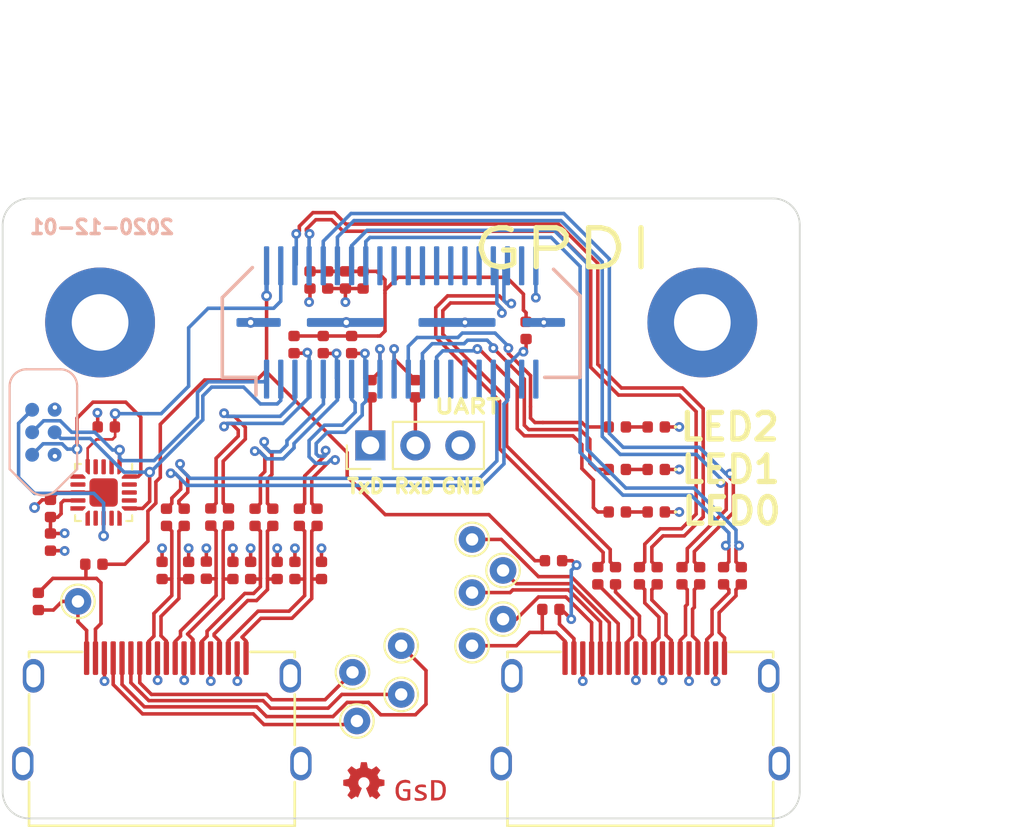
<source format=kicad_pcb>
(kicad_pcb (version 20201116) (generator pcbnew)
  (title_block (title "CAN Breakout") (date "2020-05-26") (rev "r1.0") (comment 1 "SYZYGY Pod"))
  (layers (0 "F.Cu" signal) (1 "In1.Cu" power) (2 "In2.Cu" signal) (31 "B.Cu" signal) (34 "B.Paste" user) (35 "F.Paste" user) (36 "B.SilkS" user "B.Silkscreen") (37 "F.SilkS" user "F.Silkscreen") (38 "B.Mask" user) (39 "F.Mask" user) (44 "Edge.Cuts" user))
  (net 0 "")
  (net 1 "GND")
  (net 2 "+3V3")
  (net 3 "/Peripheral MCU/MISO")
  (net 4 "/Peripheral MCU/~RESET")
  (net 5 "/SCL")
  (net 6 "/SDA")
  (net 7 "/RGA")
  (net 8 "/gpdi-0/_D2_N")
  (net 9 "Net-(D2-Pad2)")
  (net 10 "Net-(D3-Pad2)")
  (net 11 "/LED0")
  (net 12 "/LED1")
  (net 13 "/LED2")
  (net 14 "/GPDI0.D2_N")
  (net 15 "+5V")
  (net 16 "/gpdi-0/_D1_N")
  (net 17 "/GPDI0.D1_N")
  (net 18 "/gpdi-0/_D0_N")
  (net 19 "/GPDI0.D0_N")
  (net 20 "/gpdi-0/_CK_N")
  (net 21 "/GPDI0.CK_N")
  (net 22 "/gpdi-0/_D2_P")
  (net 23 "/TxD")
  (net 24 "/RxD")
  (net 25 "Net-(J4-Pad2)")
  (net 26 "Net-(J4-Pad1)")
  (net 27 "/GPDI0.D2_P")
  (net 28 "/gpdi-0/_D1_P")
  (net 29 "/GPDI0.D1_P")
  (net 30 "/gpdi-0/_D0_P")
  (net 31 "/GPDI0.D0_P")
  (net 32 "/gpdi-0/_CK_P")
  (net 33 "/GPDI0.CK_P")
  (net 34 "Net-(C11-Pad1)")
  (net 35 "/gpdi-1/_D2_N")
  (net 36 "/GPDI1.D2_N")
  (net 37 "/gpdi-1/_D1_N")
  (net 38 "/GPDI1.D1_N")
  (net 39 "/gpdi-1/_D0_N")
  (net 40 "/GPDI1.D0_N")
  (net 41 "/gpdi-1/_CK_N")
  (net 42 "/GPDI1.CK_N")
  (net 43 "/gpdi-1/_D2_P")
  (net 44 "/GPDI1.D2_P")
  (net 45 "/gpdi-1/_D1_P")
  (net 46 "/GPDI1.D1_P")
  (net 47 "/gpdi-1/_D0_P")
  (net 48 "/GPDI1.D0_P")
  (net 49 "/gpdi-1/_CK_P")
  (net 50 "/GPDI1.CK_P")
  (net 51 "Net-(D4-Pad2)")
  (net 52 "Net-(J2-Pad19)")
  (net 53 "Net-(J5-Pad19)")
  (net 54 "Net-(J2-Pad13)")
  (net 55 "Net-(J2-Pad15)")
  (net 56 "Net-(J2-Pad16)")
  (net 57 "Net-(J2-Pad14)")
  (net 58 "Net-(J5-Pad13)")
  (net 59 "Net-(J5-Pad15)")
  (net 60 "Net-(J5-Pad16)")
  (net 61 "Net-(J5-Pad14)")
  (net 62 "Net-(U2-Pad2)")
  (net 63 "Net-(U2-Pad3)")
  (net 64 "Net-(U2-Pad4)")
  (net 65 "Net-(U2-Pad6)")
  (net 66 "Net-(U2-Pad7)")
  (net 67 "Net-(U2-Pad10)")
  (net 68 "Net-(U2-Pad11)")
  (net 69 "Net-(U2-Pad12)")
  (net 70 "Net-(U2-Pad14)")
  (net 71 "Net-(U2-Pad15)")
  (net 72 "Net-(U2-Pad17)")
  (net 73 "Net-(U2-Pad18)")
  (net 74 "Net-(U2-Pad19)")
  (net 75 "Net-(J1-Pad18)")
  (net 76 "Net-(J1-Pad20)")
  (net 77 "Net-(J1-Pad22)")
  (net 78 "Net-(J1-Pad24)")
  (net 79 "Net-(J1-Pad26)")
  (net 80 "Net-(J1-Pad27)")
  (net 81 "Net-(J1-Pad28)")
  (net 82 "Net-(J1-Pad29)")
  (net 83 "Net-(J1-Pad30)")
  (net 84 "Net-(J1-Pad31)")
  (net 85 "Net-(J1-Pad32)")
  (net 86 "Net-(J1-Pad37)")
  (net 87 "Net-(J1-Pad38)")
  (net 88 "/VCCIO")
  (net 89 "Net-(J2-Pad18)")
  (net 90 "Net-(J5-Pad18)")
  (footprint "Package_DFN_QFN:QFN-20-1EP_3x3mm_P0.45mm_EP1.6x1.6mm" (layer "F.Cu") (at 113.2 97.8 -90)
    (fp_text reference "U2" hide)
    (fp_text value "ATtiny44A-MMH" hide)
  )
  (footprint "Resistor_SMD:R_0402_1005Metric" (layer "F.Cu") (at 113.35 94.1)
    (fp_text reference "R15" hide)
    (fp_text value "10K" hide)
  )
  (footprint "Capacitor_SMD:C_0402_1005Metric" (layer "F.Cu") (at 110.2 98.7 90)
    (fp_text reference "C9" hide)
    (fp_text value "0.1uF" hide)
  )
  (footprint "Capacitor_SMD:C_0402_1005Metric" (layer "F.Cu") (at 110.2 100.6 -90)
    (fp_text reference "C10" hide)
    (fp_text value "1uF" hide)
  )
  (footprint "Resistor_SMD:R_0402_1005Metric" (layer "F.Cu") (at 142.2 98.9)
    (fp_text reference "R6" hide)
    (fp_text value "1k" hide)
  )
  (footprint "Capacitor_SMD:C_0402_1005Metric" (layer "F.Cu") (at 146.85 102.5 -90)
    (fp_text reference "C6" hide)
    (fp_text value "0.1u" hide)
  )
  (footprint "Capacitor_SMD:C_0402_1005Metric" (layer "F.Cu") (at 142.1 102.5 -90)
    (fp_text reference "C8" hide)
    (fp_text value "0.1u" hide)
  )
  (footprint "Resistor_SMD:R_0402_1005Metric" (layer "F.Cu") (at 123.95 89.45 -90)
    (fp_text reference "R7" hide)
    (fp_text value "47k" hide)
  )
  (footprint "Capacitor_SMD:C_0402_1005Metric" (layer "F.Cu") (at 125.25 99.2 -90)
    (fp_text reference "C17" hide)
    (fp_text value "0.1u" hide)
  )
  (footprint "Capacitor_SMD:C_0402_1005Metric" (layer "F.Cu") (at 116.75 99.2 -90)
    (fp_text reference "C16" hide)
    (fp_text value "0.1u" hide)
  )
  (footprint "Resistor_SMD:R_0402_1005Metric" (layer "F.Cu") (at 121.5 102.2 -90)
    (fp_text reference "R19" hide)
    (fp_text value "50R" hide)
  )
  (footprint "TestPoint:TestPoint_THTPad_D1.5mm_Drill0.7mm" (layer "F.Cu") (at 135.75 102.2)
    (fp_text reference "TP5" hide)
    (fp_text value "TestPoint" hide)
  )
  (footprint "LED_SMD:LED_0402_1005Metric" (layer "F.Cu") (at 144.4 96.5 180)
    (fp_text reference "D3" hide)
    (fp_text value "LED_ALT" hide)
  )
  (footprint "Resistor_SMD:R_0402_1005Metric" (layer "F.Cu") (at 142.2 96.5)
    (fp_text reference "R11" hide)
    (fp_text value "1k" hide)
  )
  (footprint "TestPoint:TestPoint_THTPad_D1.5mm_Drill0.7mm" (layer "F.Cu") (at 134 100.45)
    (fp_text reference "TP2" hide)
    (fp_text value "TestPoint" hide)
  )
  (footprint "Resistor_SMD:R_0402_1005Metric" (layer "F.Cu") (at 125.5 102.2 -90)
    (fp_text reference "R22" hide)
    (fp_text value "50R" hide)
  )
  (footprint "gsd-footprints:HDMI-10029449-111RLF" (layer "F.Cu") (at 116.49 108.1)
    (fp_text reference "J5" hide)
    (fp_text value "GPDI_A_1.4" hide)
  )
  (footprint "Capacitor_SMD:C_0402_1005Metric" (layer "F.Cu") (at 117.75 99.2 -90)
    (fp_text reference "C20" hide)
    (fp_text value "0.1u" hide)
  )
  (footprint "Resistor_SMD:R_0402_1005Metric" (layer "F.Cu") (at 137.05 88.65 -90)
    (fp_text reference "R8" hide)
    (fp_text value "47k" hide)
  )
  (footprint "Resistor_SMD:R_0402_1005Metric" (layer "F.Cu") (at 138.45 104.4 180)
    (fp_text reference "R1" hide)
    (fp_text value "1k" hide)
  )
  (footprint "Resistor_SMD:R_0402_1005Metric" (layer "F.Cu") (at 119 102.185 -90)
    (fp_text reference "R14" hide)
    (fp_text value "50R" hide)
  )
  (footprint "Capacitor_SMD:C_0402_1005Metric" (layer "F.Cu") (at 149.2 102.5 -90)
    (fp_text reference "C5" hide)
    (fp_text value "0.1u" hide)
  )
  (footprint "TestPoint:TestPoint_THTPad_D1.5mm_Drill0.7mm" (layer "F.Cu") (at 127.25 107.95)
    (fp_text reference "TP7" hide)
    (fp_text value "TestPoint" hide)
  )
  (footprint "Resistor_SMD:R_0402_1005Metric" (layer "F.Cu") (at 125.85 85.8 -90)
    (fp_text reference "R3" hide)
    (fp_text value "1k" hide)
  )
  (footprint "Resistor_SMD:R_0402_1005Metric" (layer "F.Cu") (at 124.85 85.8 90)
    (fp_text reference "R2" hide)
    (fp_text value "2k" hide)
  )
  (footprint "gkl_logos:gsd_logo_small" (layer "F.Cu") (at 131.1 114.7)
    (fp_text reference "G***" hide)
    (fp_text value "LOGO" hide)
  )
  (footprint "LED_SMD:LED_0402_1005Metric" (layer "F.Cu") (at 144.4 98.9 180)
    (fp_text reference "D2" hide)
    (fp_text value "LED_ALT" hide)
  )
  (footprint "Resistor_SMD:R_0402_1005Metric" (layer "F.Cu") (at 130.8 91.942499 90)
    (fp_text reference "R17" hide)
    (fp_text value "1k" hide)
  )
  (footprint "TestPoint:TestPoint_THTPad_D1.5mm_Drill0.7mm" (layer "F.Cu") (at 134 103.45)
    (fp_text reference "TP3" hide)
    (fp_text value "TestPoint" hide)
  )
  (footprint "Capacitor_SMD:C_0402_1005Metric" (layer "F.Cu") (at 122.75 99.2 -90)
    (fp_text reference "C18" hide)
    (fp_text value "0.1u" hide)
  )
  (footprint "Resistor_SMD:R_0402_1005Metric" (layer "F.Cu") (at 116.5 102.2 -90)
    (fp_text reference "R10" hide)
    (fp_text value "50R" hide)
  )
  (footprint "Connector_PinHeader_2.54mm:PinHeader_1x03_P2.54mm_Vertical" (layer "F.Cu") (at 128.26 95.142499 90)
    (fp_text reference "J4" hide)
    (fp_text value "Conn_01x03_Male" hide)
  )
  (footprint "TestPoint:TestPoint_THTPad_D1.5mm_Drill0.7mm" (layer "F.Cu") (at 135.75 104.95)
    (fp_text reference "TP4" hide)
    (fp_text value "TestPoint" hide)
  )
  (footprint "Resistor_SMD:R_0402_1005Metric" (layer "F.Cu") (at 112.65 101.85 180)
    (fp_text reference "R24" hide)
    (fp_text value "DNP" hide)
  )
  (footprint "Resistor_SMD:R_0402_1005Metric" (layer "F.Cu") (at 123 102.2 -90)
    (fp_text reference "R20" hide)
    (fp_text value "50R" hide)
  )
  (footprint "TestPoint:TestPoint_THTPad_D1.5mm_Drill0.7mm" (layer "F.Cu") (at 127.5 110.7)
    (fp_text reference "TP9" hide)
    (fp_text value "TestPoint" hide)
  )
  (footprint "Capacitor_SMD:C_0402_1005Metric" (layer "F.Cu") (at 127.85 85.8 -90)
    (fp_text reference "C11" hide)
    (fp_text value "0.1u" hide)
  )
  (footprint "TestPoint:TestPoint_THTPad_D1.5mm_Drill0.7mm" (layer "F.Cu") (at 111.75 103.95)
    (fp_text reference "TP6" hide)
    (fp_text value "TestPoint" hide)
  )
  (footprint "Resistor_SMD:R_0402_1005Metric" (layer "F.Cu") (at 118 102.2 -90)
    (fp_text reference "R13" hide)
    (fp_text value "50R" hide)
  )
  (footprint "Capacitor_SMD:C_0402_1005Metric" (layer "F.Cu") (at 145.85 102.5 -90)
    (fp_text reference "C2" hide)
    (fp_text value "0.1u" hide)
  )
  (footprint "TestPoint:TestPoint_THTPad_D1.5mm_Drill0.7mm" (layer "F.Cu") (at 130 109.2)
    (fp_text reference "TP10" hide)
    (fp_text value "TestPoint" hide)
  )
  (footprint "Capacitor_SMD:C_0402_1005Metric" (layer "F.Cu") (at 121.75 99.2 -90)
    (fp_text reference "C14" hide)
    (fp_text value "0.1u" hide)
  )
  (footprint "Resistor_SMD:R_0402_1005Metric" (layer "F.Cu") (at 127.2 89.45 -90)
    (fp_text reference "R4" hide)
    (fp_text value "47k" hide)
  )
  (footprint "LED_SMD:LED_0402_1005Metric" (layer "F.Cu") (at 144.4 94.1 180)
    (fp_text reference "D4" hide)
    (fp_text value "LED_ALT" hide)
  )
  (footprint "Capacitor_SMD:C_0402_1005Metric" (layer "F.Cu") (at 144.45 102.5 -90)
    (fp_text reference "C7" hide)
    (fp_text value "0.1u" hide)
  )
  (footprint "Resistor_SMD:R_0402_1005Metric" (layer "F.Cu") (at 124 102.2 -90)
    (fp_text reference "R21" hide)
    (fp_text value "50R" hide)
  )
  (footprint "Capacitor_SMD:C_0402_1005Metric" (layer "F.Cu") (at 119.25 99.185 -90)
    (fp_text reference "C15" hide)
    (fp_text value "0.1u" hide)
  )
  (footprint "Resistor_SMD:R_0402_1005Metric" (layer "F.Cu") (at 128.3 91.942499 90)
    (fp_text reference "R16" hide)
    (fp_text value "1k" hide)
  )
  (footprint "Resistor_SMD:R_0402_1005Metric" (layer "F.Cu") (at 125.6 89.45 -90)
    (fp_text reference "R5" hide)
    (fp_text value "47k" hide)
  )
  (footprint "Capacitor_SMD:C_0402_1005Metric" (layer "F.Cu") (at 124.25 99.2 -90)
    (fp_text reference "C13" hide)
    (fp_text value "0.1u" hide)
  )
  (footprint "Resistor_SMD:R_0402_1005Metric" (layer "F.Cu") (at 142.2 94.1)
    (fp_text reference "R12" hide)
    (fp_text value "1k" hide)
  )
  (footprint "Capacitor_SMD:C_0402_1005Metric" (layer "F.Cu") (at 120.25 99.185 -90)
    (fp_text reference "C19" hide)
    (fp_text value "0.1u" hide)
  )
  (footprint "TestPoint:TestPoint_THTPad_D1.5mm_Drill0.7mm" (layer "F.Cu") (at 134 106.45)
    (fp_text reference "TP1" hide)
    (fp_text value "TestPoint" hide)
  )
  (footprint "TestPoint:TestPoint_THTPad_D1.5mm_Drill0.7mm" (layer "F.Cu") (at 130 106.45)
    (fp_text reference "TP8" hide)
    (fp_text value "TestPoint" hide)
  )
  (footprint "gsd-footprints:HDMI-10029449-111RLF" (layer "F.Cu") (at 143.5 108.1)
    (fp_text reference "J2" hide)
    (fp_text value "GPDI_A_1.4" hide)
  )
  (footprint "Capacitor_SMD:C_0402_1005Metric" (layer "F.Cu") (at 143.45 102.5 -90)
    (fp_text reference "C3" hide)
    (fp_text value "0.1u" hide)
  )
  (footprint "Resistor_SMD:R_0402_1005Metric" (layer "F.Cu") (at 138.6 101.65)
    (fp_text reference "R23" hide)
    (fp_text value "0R" hide)
  )
  (footprint "Capacitor_SMD:C_0402_1005Metric" (layer "F.Cu") (at 141.1 102.5 -90)
    (fp_text reference "C4" hide)
    (fp_text value "0.1u" hide)
  )
  (footprint "Capacitor_SMD:C_0402_1005Metric" (layer "F.Cu") (at 148.2 102.5 -90)
    (fp_text reference "C1" hide)
    (fp_text value "0.1u" hide)
  )
  (footprint "Capacitor_SMD:C_0402_1005Metric" (layer "F.Cu") (at 126.85 85.8 -90)
    (fp_text reference "C12" hide)
    (fp_text value "4.7u" hide)
  )
  (footprint "gkl_logos:oshw_small" (layer "F.Cu") (at 127.9 114.1)
    (fp_text reference "G***" hide)
    (fp_text value "LOGO" hide)
  )
  (footprint "Resistor_SMD:R_0402_1005Metric" (layer "F.Cu") (at 120.5 102.2 -90)
    (fp_text reference "R18" hide)
    (fp_text value "50R" hide)
  )
  (footprint "Resistor_SMD:R_0402_1005Metric" (layer "F.Cu") (at 109.515 103.95 -90)
    (fp_text reference "R9" hide)
    (fp_text value "1k" hide)
  )
  (footprint "gsd-footprints:SYZYGY-STD-POD" (layer "B.Cu") (at 130 88.2 180)
    (fp_text reference "J1" hide)
    (fp_text value "SYZYGY-STD" hide)
  )
  (footprint "pkl_tag_connect:TC2030-NL_SMALL" (layer "B.Cu") (at 109.8 94.4 90)
    (fp_text reference "J3" hide)
    (fp_text value "TagConnect" hide)
  )
  (gr_line (start 151 116.2) (end 109 116.2) (layer "Edge.Cuts") (width 0.1))
  (gr_line (start 109 81.2) (end 151 81.2) (layer "Edge.Cuts") (width 0.1))
  (gr_line (start 107.5 114.7) (end 107.5 82.7) (layer "Edge.Cuts") (width 0.1))
  (gr_arc (start 109 82.7) (end 109 81.2) (angle -90) (layer "Edge.Cuts") (width 0.1))
  (gr_arc (start 109 114.7) (end 107.5 114.7) (angle -90) (layer "Edge.Cuts") (width 0.1))
  (gr_line (start 152.5 82.7) (end 152.5 114.7) (layer "Edge.Cuts") (width 0.1))
  (gr_arc (start 151 82.7) (end 152.5 82.7) (angle -90) (layer "Edge.Cuts") (width 0.1))
  (gr_arc (start 151 114.7) (end 151 116.2) (angle -90) (layer "Edge.Cuts") (width 0.1))
  (gr_text "2020-12-01" (at 113.1 82.818) (layer "B.SilkS") (effects (font (size 0.8 0.8) (thickness 0.2)) (justify mirror)))
  (gr_text "UART" (at 133.75 92.95) (layer "F.SilkS") (effects (font (size 0.8 1) (thickness 0.2))))
  (gr_text "LED1" (at 148.6 96.5) (layer "F.SilkS") (effects (font (size 1.5 1.5) (thickness 0.3))))
  (gr_text "TxD" (at 128 97.45) (layer "F.SilkS") (effects (font (size 0.8 0.8) (thickness 0.2))))
  (gr_text "GND" (at 133.5 97.45) (layer "F.SilkS") (effects (font (size 0.8 0.8) (thickness 0.2))))
  (gr_text "LED0" (at 148.65 98.85) (layer "F.SilkS") (effects (font (size 1.5 1.5) (thickness 0.3))))
  (gr_text "RxD\n" (at 130.75 97.45) (layer "F.SilkS") (effects (font (size 0.8 0.8) (thickness 0.2))))
  (gr_text "GPDI" (at 139.1 84.05) (layer "F.SilkS") (effects (font (size 2.2 2.959) (thickness 0.3))))
  (gr_text "LED2" (at 148.55 94.1) (layer "F.SilkS") (effects (font (size 1.5 1.5) (thickness 0.3))))
  (segment (start 116.24 107.1) (end 116.25 107.11) (width 0.2) (layer "F.Cu") (net 1))
  (segment (start 144.74 107.1) (end 144.75 107.11) (width 0.2) (layer "F.Cu") (net 1))
  (segment (start 120.75 107.16) (end 120.75 108.45) (width 0.2) (layer "F.Cu") (net 1))
  (segment (start 119.24 107.15) (end 119.25 107.16) (width 0.2) (layer "F.Cu") (net 1))
  (segment (start 119.25 107.16) (end 119.25 108.45) (width 0.2) (layer "F.Cu") (net 1))
  (segment (start 110.2 101.085) (end 110.985 101.085) (width 0.2) (layer "F.Cu") (net 1))
  (segment (start 127.85 86.285) (end 126.85 86.285) (width 0.2) (layer "F.Cu") (net 1))
  (segment (start 144.885 98.9) (end 145.7 98.9) (width 0.2) (layer "F.Cu") (net 1))
  (segment (start 111.75 97.8) (end 110.615 97.8) (width 0.2) (layer "F.Cu") (net 1))
  (segment (start 144.885 96.5) (end 145.7 96.5) (width 0.2) (layer "F.Cu") (net 1))
  (segment (start 110.985 101.085) (end 111 101.1) (width 0.2) (layer "F.Cu") (net 1))
  (segment (start 117.74 107.1) (end 117.75 107.11) (width 0.2) (layer "F.Cu") (net 1))
  (segment (start 140.24 107.15) (end 140.25 107.16) (width 0.2) (layer "F.Cu") (net 1))
  (segment (start 113.24 107.15) (end 113.25 107.16) (width 0.2) (layer "F.Cu") (net 1))
  (segment (start 109.735 98.215) (end 109.3 98.65) (width 0.2) (layer "F.Cu") (net 1))
  (segment (start 144.75 107.11) (end 144.75 108.4) (width 0.2) (layer "F.Cu") (net 1))
  (segment (start 143.24 107.1) (end 143.25 107.11) (width 0.2) (layer "F.Cu") (net 1))
  (segment (start 120.74 107.15) (end 120.75 107.16) (width 0.2) (layer "F.Cu") (net 1))
  (segment (start 147.75 107.16) (end 147.75 108.45) (width 0.2) (layer "F.Cu") (net 1))
  (segment (start 146.24 107.15) (end 146.25 107.16) (width 0.2) (layer "F.Cu") (net 1))
  (segment (start 146.25 107.16) (end 146.25 108.45) (width 0.2) (layer "F.Cu") (net 1))
  (segment (start 126.85 86.285) (end 126.85 87.05) (width 0.2) (layer "F.Cu") (net 1))
  (segment (start 144.885 94.1) (end 145.7 94.1) (width 0.2) (layer "F.Cu") (net 1))
  (segment (start 143.25 107.11) (end 143.25 108.4) (width 0.2) (layer "F.Cu") (net 1))
  (segment (start 110.2 98.215) (end 109.735 98.215) (width 0.2) (layer "F.Cu") (net 1))
  (segment (start 113.25 107.16) (end 113.25 108.45) (width 0.2) (layer "F.Cu") (net 1))
  (segment (start 110.615 97.8) (end 110.2 98.215) (width 0.2) (layer "F.Cu") (net 1))
  (segment (start 116.25 107.11) (end 116.25 108.4) (width 0.2) (layer "F.Cu") (net 1))
  (segment (start 117.75 107.11) (end 117.75 108.4) (width 0.2) (layer "F.Cu") (net 1))
  (segment (start 140.25 107.16) (end 140.25 108.45) (width 0.2) (layer "F.Cu") (net 1))
  (segment (start 125.85 86.285) (end 126.85 86.285) (width 0.2) (layer "F.Cu") (net 1))
  (segment (start 147.74 107.15) (end 147.75 107.16) (width 0.2) (layer "F.Cu") (net 1))
  (segment (start 113.2 97.8) (end 111.75 97.8) (width 0.2) (layer "F.Cu") (net 1))
  (via (at 109.3 98.65) (size 0.6) (drill 0.3) (layers "F.Cu" "B.Cu") (net 1))
  (via (at 117.75 108.4) (size 0.55) (drill 0.25) (layers "F.Cu" "B.Cu") (net 1))
  (via (at 119.25 108.45) (size 0.55) (drill 0.25) (layers "F.Cu" "B.Cu") (net 1))
  (via (at 111 101.1) (size 0.55) (drill 0.25) (layers "F.Cu" "B.Cu") (net 1))
  (via (at 116.25 108.4) (size 0.55) (drill 0.25) (layers "F.Cu" "B.Cu") (net 1))
  (via (at 145.7 96.5) (size 0.55) (drill 0.25) (layers "F.Cu" "B.Cu") (net 1))
  (via (at 110.45 93) (size 0.55) (drill 0.25) (layers "F.Cu" "B.Cu") (net 1))
  (via (at 113.25 108.45) (size 0.55) (drill 0.25) (layers "F.Cu" "B.Cu") (net 1))
  (via (at 146.25 108.45) (size 0.55) (drill 0.25) (layers "F.Cu" "B.Cu") (net 1))
  (via (at 140.25 108.45) (size 0.55) (drill 0.25) (layers "F.Cu" "B.Cu") (net 1))
  (via (at 147.75 108.45) (size 0.55) (drill 0.25) (layers "F.Cu" "B.Cu") (net 1))
  (via (at 145.7 98.9) (size 0.55) (drill 0.25) (layers "F.Cu" "B.Cu") (net 1))
  (via (at 133.6 88.2) (size 0.55) (drill 0.25) (layers "F.Cu" "B.Cu") (net 1))
  (via (at 143.25 108.4) (size 0.55) (drill 0.25) (layers "F.Cu" "B.Cu") (net 1))
  (via (at 126.85 87.05) (size 0.55) (drill 0.25) (layers "F.Cu" "B.Cu") (net 1))
  (via (at 121.5 88.2) (size 0.6) (drill 0.3) (layers "F.Cu" "B.Cu") (net 1))
  (via (at 144.75 108.4) (size 0.55) (drill 0.25) (layers "F.Cu" "B.Cu") (net 1))
  (via (at 138.05 88.2) (size 0.55) (drill 0.25) (layers "F.Cu" "B.Cu") (net 1))
  (via (at 126.9 88.2) (size 0.6) (drill 0.3) (layers "F.Cu" "B.Cu") (net 1))
  (via (at 120.75 108.45) (size 0.55) (drill 0.25) (layers "F.Cu" "B.Cu") (net 1))
  (via (at 145.7 94.1) (size 0.55) (drill 0.25) (layers "F.Cu" "B.Cu") (net 1))
  (segment (start 110.435 93.015) (end 110.45 93) (width 0.2) (layer "B.Cu") (net 1))
  (segment (start 110.435 93.13) (end 110.435 93.015) (width 0.2) (layer "B.Cu") (net 1))
  (segment (start 121.95 88.2) (end 121.5 88.2) (width 0.25) (layer "B.Cu") (net 1))
  (segment (start 123 101.715) (end 123 100.95) (width 0.2) (layer "F.Cu") (net 2))
  (segment (start 111.75 98.25) (end 110.95 98.25) (width 0.2) (layer "F.Cu") (net 2))
  (segment (start 116.5 101.715) (end 116.5 100.95) (width 0.2) (layer "F.Cu") (net 2))
  (segment (start 112.865 93.315) (end 112.85 93.3) (width 0.2) (layer "F.Cu") (net 2))
  (segment (start 110.2 100.115) (end 110.985 100.115) (width 0.2) (layer "F.Cu") (net 2))
  (segment (start 121.5 101.715) (end 121.5 100.95) (width 0.2) (layer "F.Cu") (net 2))
  (segment (start 110.95 98.25) (end 110.8 98.4) (width 0.2) (layer "F.Cu") (net 2))
  (segment (start 110.6 99.2) (end 110.2 99.2) (width 0.2) (layer "F.Cu") (net 2))
  (segment (start 110.8 99) (end 110.6 99.2) (width 0.2) (layer "F.Cu") (net 2))
  (segment (start 118 101.715) (end 118 100.95) (width 0.2) (layer "F.Cu") (net 2))
  (segment (start 110.2 100.1) (end 110.2 99.2) (width 0.2) (layer "F.Cu") (net 2))
  (segment (start 125.5 101.715) (end 125.5 100.95) (width 0.2) (layer "F.Cu") (net 2))
  (segment (start 112.865 94.1) (end 112.865 93.315) (width 0.2) (layer "F.Cu") (net 2))
  (segment (start 124.85 86.285) (end 124.85 87) (width 0.2) (layer "F.Cu") (net 2))
  (segment (start 110.8 98.4) (end 110.8 99) (width 0.2) (layer "F.Cu") (net 2))
  (segment (start 110.985 100.115) (end 111 100.1) (width 0.2) (layer "F.Cu") (net 2))
  (segment (start 120.5 101.715) (end 120.5 100.95) (width 0.2) (layer "F.Cu") (net 2))
  (segment (start 124 101.715) (end 124 100.95) (width 0.2) (layer "F.Cu") (net 2))
  (segment (start 119 101.715) (end 119 100.95) (width 0.2) (layer "F.Cu") (net 2))
  (segment (start 124.85 87) (end 124.8 87.05) (width 0.2) (layer "F.Cu") (net 2))
  (via (at 121.5 100.95) (size 0.55) (drill 0.25) (layers "F.Cu" "B.Cu") (net 2))
  (via (at 125.5 100.95) (size 0.55) (drill 0.25) (layers "F.Cu" "B.Cu") (net 2))
  (via (at 137.6 86.8) (size 0.55) (drill 0.25) (layers "F.Cu" "B.Cu") (net 2))
  (via (at 120.5 100.95) (size 0.55) (drill 0.25) (layers "F.Cu" "B.Cu") (net 2))
  (via (at 119 100.95) (size 0.55) (drill 0.25) (layers "F.Cu" "B.Cu") (net 2))
  (via (at 124.8 87.05) (size 0.55) (drill 0.25) (layers "F.Cu" "B.Cu") (net 2))
  (via (at 111 100.1) (size 0.55) (drill 0.25) (layers "F.Cu" "B.Cu") (net 2))
  (via (at 112.85 93.3) (size 0.55) (drill 0.25) (layers "F.Cu" "B.Cu") (net 2))
  (via (at 124 100.95) (size 0.55) (drill 0.25) (layers "F.Cu" "B.Cu") (net 2))
  (via (at 118 100.95) (size 0.55) (drill 0.25) (layers "F.Cu" "B.Cu") (net 2))
  (via (at 110.45 95.75) (size 0.55) (drill 0.25) (layers "F.Cu" "B.Cu") (net 2))
  (via (at 116.5 100.95) (size 0.55) (drill 0.25) (layers "F.Cu" "B.Cu") (net 2))
  (via (at 123 100.95) (size 0.55) (drill 0.25) (layers "F.Cu" "B.Cu") (net 2))
  (segment (start 110.435 95.735) (end 110.45 95.75) (width 0.2) (layer "B.Cu") (net 2))
  (segment (start 137.6 85) (end 137.6 86.8) (width 0.2) (layer "B.Cu") (net 2))
  (segment (start 110.435 95.67) (end 110.435 95.735) (width 0.2) (layer "B.Cu") (net 2))
  (segment (start 112.6 92.7) (end 111.7 93.6) (width 0.2) (layer "F.Cu") (net 3))
  (segment (start 115.3 93.55) (end 114.45 92.7) (width 0.2) (layer "F.Cu") (net 3))
  (segment (start 111.7 93.6) (end 111.7 95.35) (width 0.2) (layer "F.Cu") (net 3))
  (segment (start 115.3 96.75) (end 115.3 93.55) (width 0.2) (layer "F.Cu") (net 3))
  (segment (start 115.15 96.9) (end 115.3 96.75) (width 0.2) (layer "F.Cu") (net 3))
  (segment (start 114.65 96.9) (end 115.15 96.9) (width 0.2) (layer "F.Cu") (net 3))
  (segment (start 114.45 92.7) (end 112.6 92.7) (width 0.2) (layer "F.Cu") (net 3))
  (via (at 111.7 95.35) (size 0.6) (drill 0.3) (layers "F.Cu" "B.Cu") (net 3))
  (segment (start 111.15 95.35) (end 110.85 95.05) (width 0.2) (layer "B.Cu") (net 3))
  (segment (start 111.7 95.35) (end 111.15 95.35) (width 0.2) (layer "B.Cu") (net 3))
  (segment (start 109.785 95.05) (end 109.165 95.67) (width 0.2) (layer "B.Cu") (net 3))
  (segment (start 110.85 95.05) (end 109.785 95.05) (width 0.2) (layer "B.Cu") (net 3))
  (segment (start 113.2 100.25) (end 113.2 99.25) (width 0.2) (layer "F.Cu") (net 4))
  (via (at 113.2 100.25) (size 0.6) (drill 0.3) (layers "F.Cu" "B.Cu") (net 4))
  (segment (start 108.4 93.895) (end 108.4 96.95) (width 0.2) (layer "B.Cu") (net 4))
  (segment (start 112.65 97.85) (end 113.2 98.4) (width 0.2) (layer "B.Cu") (net 4))
  (segment (start 108.4 96.95) (end 109.3 97.85) (width 0.2) (layer "B.Cu") (net 4))
  (segment (start 113.2 98.4) (end 113.2 100.25) (width 0.2) (layer "B.Cu") (net 4))
  (segment (start 109.165 93.13) (end 108.4 93.895) (width 0.2) (layer "B.Cu") (net 4))
  (segment (start 109.3 97.85) (end 112.65 97.85) (width 0.2) (layer "B.Cu") (net 4))
  (segment (start 114.1 95.4) (end 114.1 96.35) (width 0.2) (layer "F.Cu") (net 5))
  (via (at 114.1 95.4) (size 0.6) (drill 0.3) (layers "F.Cu" "B.Cu") (net 5))
  (segment (start 116.05 96) (end 118.5 93.55) (width 0.2) (layer "B.Cu") (net 5))
  (segment (start 122.25 91.55) (end 122.4 91.4) (width 0.2) (layer "B.Cu") (net 5))
  (segment (start 114.25 96) (end 114.1 95.85) (width 0.2) (layer "B.Cu") (net 5))
  (segment (start 114.1 95.85) (end 114.1 95.4) (width 0.2) (layer "B.Cu") (net 5))
  (segment (start 118.5 92.15) (end 119.1 91.55) (width 0.2) (layer "B.Cu") (net 5))
  (segment (start 112.7 94.4) (end 113.7 95.4) (width 0.2) (layer "B.Cu") (net 5))
  (segment (start 119.1 91.55) (end 122.25 91.55) (width 0.2) (layer "B.Cu") (net 5))
  (segment (start 110.75 93.75) (end 111.4 94.4) (width 0.2) (layer "B.Cu") (net 5))
  (segment (start 114.25 96) (end 116.05 96) (width 0.2) (layer "B.Cu") (net 5))
  (segment (start 109.815 93.75) (end 110.75 93.75) (width 0.2) (layer "B.Cu") (net 5))
  (segment (start 111.4 94.4) (end 112.7 94.4) (width 0.2) (layer "B.Cu") (net 5))
  (segment (start 118.5 93.55) (end 118.5 92.15) (width 0.2) (layer "B.Cu") (net 5))
  (segment (start 109.165 94.4) (end 109.815 93.75) (width 0.2) (layer "B.Cu") (net 5))
  (segment (start 113.7 95.4) (end 114.1 95.4) (width 0.2) (layer "B.Cu") (net 5))
  (segment (start 115.8 96.65) (end 115.8 98.3) (width 0.2) (layer "F.Cu") (net 6))
  (segment (start 115.8 98.3) (end 115.4 98.7) (width 0.2) (layer "F.Cu") (net 6))
  (segment (start 115.4 98.7) (end 114.65 98.7) (width 0.2) (layer "F.Cu") (net 6))
  (via (at 115.8 96.65) (size 0.6) (drill 0.3) (layers "F.Cu" "B.Cu") (net 6))
  (segment (start 114.35 96.65) (end 112.449989 94.749989) (width 0.2) (layer "B.Cu") (net 6))
  (segment (start 123.2 92.6) (end 123.2 91.4) (width 0.2) (layer "B.Cu") (net 6))
  (segment (start 121.1 91.85) (end 122.05 92.8) (width 0.2) (layer "B.Cu") (net 6))
  (segment (start 119.3 91.85) (end 121.1 91.85) (width 0.2) (layer "B.Cu") (net 6))
  (segment (start 118.8 92.35) (end 119.3 91.85) (width 0.2) (layer "B.Cu") (net 6))
  (segment (start 115.8 96.65) (end 114.35 96.65) (width 0.2) (layer "B.Cu") (net 6))
  (segment (start 123 92.8) (end 123.2 92.6) (width 0.2) (layer "B.Cu") (net 6))
  (segment (start 122.05 92.8) (end 123 92.8) (width 0.2) (layer "B.Cu") (net 6))
  (segment (start 115.85 96.65) (end 118.8 93.7) (width 0.2) (layer "B.Cu") (net 6))
  (segment (start 118.8 93.7) (end 118.8 92.35) (width 0.2) (layer "B.Cu") (net 6))
  (segment (start 110.784989 94.749989) (end 110.435 94.4) (width 0.2) (layer "B.Cu") (net 6))
  (segment (start 112.449989 94.749989) (end 110.784989 94.749989) (width 0.2) (layer "B.Cu") (net 6))
  (segment (start 115.8 96.65) (end 115.85 96.65) (width 0.2) (layer "B.Cu") (net 6))
  (segment (start 113.835 93.365) (end 113.85 93.35) (width 0.2) (layer "F.Cu") (net 7))
  (segment (start 113.7 94.8) (end 113.85 94.65) (width 0.15) (layer "F.Cu") (net 7))
  (segment (start 112.8 94.8) (end 113.7 94.8) (width 0.15) (layer "F.Cu") (net 7))
  (segment (start 113.85 94.65) (end 113.85 94.1) (width 0.15) (layer "F.Cu") (net 7))
  (segment (start 113.835 94.1) (end 113.835 93.365) (width 0.2) (layer "F.Cu") (net 7))
  (segment (start 112.3 96.35) (end 112.3 95.3) (width 0.15) (layer "F.Cu") (net 7))
  (segment (start 112.3 95.3) (end 112.8 94.8) (width 0.15) (layer "F.Cu") (net 7))
  (via (at 113.85 93.35) (size 0.6) (drill 0.3) (layers "F.Cu" "B.Cu") (net 7))
  (segment (start 122.8 87.4) (end 123.2 87) (width 0.2) (layer "B.Cu") (net 7))
  (segment (start 115.7 93.35) (end 116.45 93.35) (width 0.2) (layer "B.Cu") (net 7))
  (segment (start 118 91.8) (end 118 88.5) (width 0.2) (layer "B.Cu") (net 7))
  (segment (start 123.2 87) (end 123.2 85) (width 0.2) (layer "B.Cu") (net 7))
  (segment (start 120 87.4) (end 122.8 87.4) (width 0.2) (layer "B.Cu") (net 7))
  (segment (start 118 88.5) (end 119.1 87.4) (width 0.2) (layer "B.Cu") (net 7))
  (segment (start 119.1 87.4) (end 120 87.4) (width 0.2) (layer "B.Cu") (net 7))
  (segment (start 116.45 93.35) (end 118 91.8) (width 0.2) (layer "B.Cu") (net 7))
  (segment (start 113.85 93.35) (end 115.7 93.35) (width 0.2) (layer "B.Cu") (net 7))
  (segment (start 148.5 103.285) (end 148.2 102.985) (width 0.2) (layer "F.Cu") (net 8))
  (segment (start 148.5 103.467156) (end 148.5 103.285) (width 0.2) (layer "F.Cu") (net 8))
  (segment (start 147.25 106.1) (end 147.55 105.8) (width 0.2) (layer "F.Cu") (net 8))
  (segment (start 147.55 104.417156) (end 148.5 103.467156) (width 0.2) (layer "F.Cu") (net 8))
  (segment (start 147.25 107.15) (end 147.25 106.1) (width 0.2) (layer "F.Cu") (net 8))
  (segment (start 147.55 105.8) (end 147.55 104.417156) (width 0.2) (layer "F.Cu") (net 8))
  (segment (start 142.685 98.9) (end 143.915 98.9) (width 0.2) (layer "F.Cu") (net 9))
  (segment (start 143.915 96.5) (end 142.685 96.5) (width 0.2) (layer "F.Cu") (net 10))
  (segment (start 141.1 98.9) (end 140.85 98.65) (width 0.2) (layer "F.Cu") (net 11))
  (segment (start 140.2 96.45) (end 140.2 95.1) (width 0.2) (layer "F.Cu") (net 11))
  (segment (start 134.4 89.7) (end 134.3 89.7) (width 0.2) (layer "F.Cu") (net 11))
  (segment (start 140.2 95.1) (end 139.7 94.6) (width 0.2) (layer "F.Cu") (net 11))
  (segment (start 139.7 94.6) (end 136.95 94.6) (width 0.2) (layer "F.Cu") (net 11))
  (segment (start 136.55 94.2) (end 136.55 91.85) (width 0.2) (layer "F.Cu") (net 11))
  (segment (start 136.95 94.6) (end 136.55 94.2) (width 0.2) (layer "F.Cu") (net 11))
  (segment (start 141.715 98.9) (end 141.1 98.9) (width 0.2) (layer "F.Cu") (net 11))
  (segment (start 136.55 91.85) (end 134.4 89.7) (width 0.2) (layer "F.Cu") (net 11))
  (segment (start 140.85 98.65) (end 140.85 97.1) (width 0.2) (layer "F.Cu") (net 11))
  (segment (start 140.85 97.1) (end 140.2 96.45) (width 0.2) (layer "F.Cu") (net 11))
  (via (at 134.3 89.7) (size 0.55) (drill 0.25) (layers "F.Cu" "B.Cu") (net 11))
  (segment (start 132 90.15) (end 132.35 89.8) (width 0.2) (layer "B.Cu") (net 11))
  (segment (start 132 91.4) (end 132 90.15) (width 0.2) (layer "B.Cu") (net 11))
  (segment (start 134.3 89.7) (end 134.2 89.8) (width 0.2) (layer "B.Cu") (net 11))
  (segment (start 134.2 89.8) (end 132.35 89.8) (width 0.2) (layer "B.Cu") (net 11))
  (segment (start 140.1 94.25) (end 140.65 94.8) (width 0.2) (layer "F.Cu") (net 12))
  (segment (start 136.95 91.4) (end 136.95 94) (width 0.2) (layer "F.Cu") (net 12))
  (segment (start 140.65 96.15) (end 141 96.5) (width 0.2) (layer "F.Cu") (net 12))
  (segment (start 136.95 94) (end 137.2 94.25) (width 0.2) (layer "F.Cu") (net 12))
  (segment (start 141 96.5) (end 141.715 96.5) (width 0.2) (layer "F.Cu") (net 12))
  (segment (start 140.65 94.8) (end 140.65 96.15) (width 0.2) (layer "F.Cu") (net 12))
  (segment (start 135.2 89.65) (end 136.95 91.4) (width 0.2) (layer "F.Cu") (net 12))
  (segment (start 137.2 94.25) (end 140.1 94.25) (width 0.2) (layer "F.Cu") (net 12))
  (via (at 135.2 89.65) (size 0.55) (drill 0.25) (layers "F.Cu" "B.Cu") (net 12))
  (segment (start 135.2 89.65) (end 135.2 89.55) (width 0.2) (layer "B.Cu") (net 12))
  (segment (start 131.2 89.95) (end 131.75 89.4) (width 0.2) (layer "B.Cu") (net 12))
  (segment (start 131.2 91.4) (end 131.2 89.95) (width 0.2) (layer "B.Cu") (net 12))
  (segment (start 135.2 89.55) (end 134.85 89.2) (width 0.2) (layer "B.Cu") (net 12))
  (segment (start 133.75 89.2) (end 133.55 89.4) (width 0.2) (layer "B.Cu") (net 12))
  (segment (start 133.55 89.4) (end 131.75 89.4) (width 0.2) (layer "B.Cu") (net 12))
  (segment (start 134.85 89.2) (end 133.75 89.2) (width 0.2) (layer "B.Cu") (net 12))
  (segment (start 140.2 93.85) (end 140.45 94.1) (width 0.2) (layer "F.Cu") (net 13))
  (segment (start 137.3 92.95) (end 137.3 93.6) (width 0.2) (layer "F.Cu") (net 13))
  (segment (start 140.45 94.1) (end 140.55 94.1) (width 0.2) (layer "F.Cu") (net 13))
  (segment (start 137.55 93.85) (end 138 93.85) (width 0.2) (layer "F.Cu") (net 13))
  (segment (start 137.3 93.6) (end 137.55 93.85) (width 0.2) (layer "F.Cu") (net 13))
  (segment (start 140.55 94.1) (end 141.715 94.1) (width 0.2) (layer "F.Cu") (net 13))
  (segment (start 136.05 89.95) (end 137.3 91.2) (width 0.2) (layer "F.Cu") (net 13))
  (segment (start 137.3 91.2) (end 137.3 92.95) (width 0.2) (layer "F.Cu") (net 13))
  (segment (start 136.05 89.65) (end 136.05 89.95) (width 0.2) (layer "F.Cu") (net 13))
  (segment (start 138 93.85) (end 140.2 93.85) (width 0.2) (layer "F.Cu") (net 13))
  (via (at 136.05 89.65) (size 0.55) (drill 0.25) (layers "F.Cu" "B.Cu") (net 13))
  (segment (start 132.05 89.05) (end 130.9 89.05) (width 0.2) (layer "B.Cu") (net 13))
  (segment (start 136.05 89.65) (end 136.05 89.55) (width 0.2) (layer "B.Cu") (net 13))
  (segment (start 130.9 89.05) (end 130.4 89.55) (width 0.2) (layer "B.Cu") (net 13))
  (segment (start 130.4 89.55) (end 130.4 91.4) (width 0.2) (layer "B.Cu") (net 13))
  (segment (start 133.2 89.05) (end 132.05 89.05) (width 0.2) (layer "B.Cu") (net 13))
  (segment (start 135.3 88.8) (end 133.45 88.8) (width 0.2) (layer "B.Cu") (net 13))
  (segment (start 136.05 89.55) (end 135.3 88.8) (width 0.2) (layer "B.Cu") (net 13))
  (segment (start 133.45 88.8) (end 133.2 89.05) (width 0.2) (layer "B.Cu") (net 13))
  (segment (start 148.5 101.715) (end 148.5 100.975) (width 0.2) (layer "F.Cu") (net 14))
  (segment (start 148.5 100.975) (end 148.325 100.8) (width 0.2) (layer "F.Cu") (net 14))
  (segment (start 148.2 102.015) (end 148.5 101.715) (width 0.2) (layer "F.Cu") (net 14))
  (via (at 148.325 100.8) (size 0.55) (drill 0.25) (layers "F.Cu" "B.Cu") (net 14))
  (segment (start 148.5 100.625) (end 148.5 100.082844) (width 0.2) (layer "B.Cu") (net 14))
  (segment (start 140.1 95.532844) (end 140.1 85.032844) (width 0.2) (layer "B.Cu") (net 14))
  (segment (start 128 85) (end 128 83.632844) (width 0.2) (layer "B.Cu") (net 14))
  (segment (start 128.232844 83.4) (end 128.016422 83.616422) (width 0.2) (layer "B.Cu") (net 14))
  (segment (start 128 83.632844) (end 128.016422 83.616422) (width 0.2) (layer "B.Cu") (net 14))
  (segment (start 142.517156 97.95) (end 140.1 95.532844) (width 0.2) (layer "B.Cu") (net 14))
  (segment (start 146.367156 97.95) (end 142.517156 97.95) (width 0.2) (layer "B.Cu") (net 14))
  (segment (start 148.325 100.8) (end 148.5 100.625) (width 0.2) (layer "B.Cu") (net 14))
  (segment (start 140.1 85.032844) (end 138.467156 83.4) (width 0.2) (layer "B.Cu") (net 14))
  (segment (start 138.467156 83.4) (end 128.232844 83.4) (width 0.2) (layer "B.Cu") (net 14))
  (segment (start 148.5 100.082844) (end 146.367156 97.95) (width 0.2) (layer "B.Cu") (net 14))
  (segment (start 114.4 101.85) (end 115.7 100.55) (width 0.2) (layer "F.Cu") (net 15))
  (segment (start 115.7 100.55) (end 115.7 98.85) (width 0.2) (layer "F.Cu") (net 15))
  (segment (start 116.15 98.4) (end 116.15 97.2) (width 0.2) (layer "F.Cu") (net 15))
  (segment (start 134.95 99.05) (end 129.1 99.05) (width 0.2) (layer "F.Cu") (net 15))
  (segment (start 138.115 101.65) (end 137.55 101.65) (width 0.2) (layer "F.Cu") (net 15))
  (segment (start 115.7 98.85) (end 116.15 98.4) (width 0.2) (layer "F.Cu") (net 15))
  (segment (start 116.4 96.95) (end 116.4 93.95) (width 0.2) (layer "F.Cu") (net 15))
  (segment (start 126.95 95.55) (end 122.4 91) (width 0.2) (layer "F.Cu") (net 15))
  (segment (start 113.135 101.85) (end 114.4 101.85) (width 0.2) (layer "F.Cu") (net 15))
  (segment (start 137.55 101.65) (end 134.95 99.05) (width 0.2) (layer "F.Cu") (net 15))
  (segment (start 126.95 96.9) (end 126.95 95.55) (width 0.2) (layer "F.Cu") (net 15))
  (segment (start 122.3 91) (end 122.4 91) (width 0.2) (layer "F.Cu") (net 15))
  (segment (start 121.85 91.45) (end 122.3 91) (width 0.2) (layer "F.Cu") (net 15))
  (segment (start 116.15 97.2) (end 116.4 96.95) (width 0.2) (layer "F.Cu") (net 15))
  (segment (start 118.9 91.45) (end 121.85 91.45) (width 0.2) (layer "F.Cu") (net 15))
  (segment (start 129.1 99.05) (end 126.95 96.9) (width 0.2) (layer "F.Cu") (net 15))
  (segment (start 122.4 91) (end 122.4 86.7) (width 0.2) (layer "F.Cu") (net 15))
  (segment (start 116.4 93.95) (end 118.9 91.45) (width 0.2) (layer "F.Cu") (net 15))
  (via (at 122.4 86.7) (size 0.6) (drill 0.3) (layers "F.Cu" "B.Cu") (net 15))
  (segment (start 122.4 86.7) (end 122.4 85) (width 0.25) (layer "B.Cu") (net 15))
  (segment (start 146.05 105.85) (end 146.05 104.217156) (width 0.2) (layer "F.Cu") (net 16))
  (segment (start 146.05 104.217156) (end 146.15 104.117156) (width 0.2) (layer "F.Cu") (net 16))
  (segment (start 146.15 104.117156) (end 146.15 103.285) (width 0.2) (layer "F.Cu") (net 16))
  (segment (start 145.75 106.15) (end 146.05 105.85) (width 0.2) (layer "F.Cu") (net 16))
  (segment (start 145.75 107.15) (end 145.75 106.15) (width 0.2) (layer "F.Cu") (net 16))
  (segment (start 146.15 103.285) (end 145.85 102.985) (width 0.2) (layer "F.Cu") (net 16))
  (segment (start 148.35 97.332843) (end 148.282323 97.265166) (width 0.2) (layer "F.Cu") (net 17))
  (segment (start 148.282323 97.265166) (end 148.034834 97.265166) (width 0.2) (layer "F.Cu") (net 17))
  (segment (start 146.15 100.967156) (end 148.35 98.767156) (width 0.2) (layer "F.Cu") (net 17))
  (segment (start 148.35 98.767156) (end 148.35 97.332843) (width 0.2) (layer "F.Cu") (net 17))
  (segment (start 146.15 101.715) (end 146.15 100.967156) (width 0.2) (layer "F.Cu") (net 17))
  (segment (start 145.85 102.015) (end 146.15 101.715) (width 0.2) (layer "F.Cu") (net 17))
  (via (at 148.034834 97.265166) (size 0.55) (drill 0.25) (layers "F.Cu" "B.Cu") (net 17))
  (segment (start 142.367156 95.65) (end 141.35 94.632844) (width 0.2) (layer "B.Cu") (net 17))
  (segment (start 146.667157 95.65) (end 142.367156 95.65) (width 0.2) (layer "B.Cu") (net 17))
  (segment (start 148.034834 97.017677) (end 146.667157 95.65) (width 0.2) (layer "B.Cu") (net 17))
  (segment (start 141.35 94.632844) (end 141.35 84.782844) (width 0.2) (layer "B.Cu") (net 17))
  (segment (start 141.35 84.782844) (end 139.017156 82.45) (width 0.2) (layer "B.Cu") (net 17))
  (segment (start 127.332844 82.45) (end 126.441422 83.341422) (width 0.2) (layer "B.Cu") (net 17))
  (segment (start 139.017156 82.45) (end 127.332844 82.45) (width 0.2) (layer "B.Cu") (net 17))
  (segment (start 126.4 85) (end 126.4 83.382844) (width 0.2) (layer "B.Cu") (net 17))
  (segment (start 148.034834 97.265166) (end 148.034834 97.017677) (width 0.2) (layer "B.Cu") (net 17))
  (segment (start 126.4 83.382844) (end 126.441422 83.341422) (width 0.2) (layer "B.Cu") (net 17))
  (segment (start 144.55 104.832844) (end 143.75 104.032844) (width 0.2) (layer "F.Cu") (net 18))
  (segment (start 144.55 106) (end 144.55 104.832844) (width 0.2) (layer "F.Cu") (net 18))
  (segment (start 144.25 107.15) (end 144.25 106.3) (width 0.2) (layer "F.Cu") (net 18))
  (segment (start 143.75 104.032844) (end 143.75 103.285) (width 0.2) (layer "F.Cu") (net 18))
  (segment (start 144.25 106.3) (end 144.55 106) (width 0.2) (layer "F.Cu") (net 18))
  (segment (start 143.75 103.285) (end 143.45 102.985) (width 0.2) (layer "F.Cu") (net 18))
  (segment (start 124.65 82.932844) (end 124.65 83.025) (width 0.2) (layer "F.Cu") (net 19))
  (segment (start 145.717156 92.3) (end 142.267156 92.3) (width 0.2) (layer "F.Cu") (net 19))
  (segment (start 143.75 101.715) (end 143.75 100.717156) (width 0.2) (layer "F.Cu") (net 19))
  (segment (start 140.7 85.032844) (end 138.717156 83.05) (width 0.2) (layer "F.Cu") (net 19))
  (segment (start 143.75 100.717156) (end 144.617156 99.85) (width 0.2) (layer "F.Cu") (net 19))
  (segment (start 124.65 83.025) (end 124.825 83.2) (width 0.2) (layer "F.Cu") (net 19))
  (segment (start 146.65 99.017156) (end 146.65 93.232844) (width 0.2) (layer "F.Cu") (net 19))
  (segment (start 142.267156 92.3) (end 140.7 90.732844) (width 0.2) (layer "F.Cu") (net 19))
  (segment (start 126.067156 82.4) (end 125.182844 82.4) (width 0.2) (layer "F.Cu") (net 19))
  (segment (start 144.617156 99.85) (end 145.817156 99.85) (width 0.2) (layer "F.Cu") (net 19))
  (segment (start 143.45 102.015) (end 143.75 101.715) (width 0.2) (layer "F.Cu") (net 19))
  (segment (start 138.717156 83.05) (end 126.717156 83.05) (width 0.2) (layer "F.Cu") (net 19))
  (segment (start 140.7 90.732844) (end 140.7 85.032844) (width 0.2) (layer "F.Cu") (net 19))
  (segment (start 145.817156 99.85) (end 146.65 99.017156) (width 0.2) (layer "F.Cu") (net 19))
  (segment (start 125.182844 82.4) (end 124.65 82.932844) (width 0.2) (layer "F.Cu") (net 19))
  (segment (start 126.717156 83.05) (end 126.067156 82.4) (width 0.2) (layer "F.Cu") (net 19))
  (segment (start 146.65 93.232844) (end 145.717156 92.3) (width 0.2) (layer "F.Cu") (net 19))
  (via (at 124.825 83.2) (size 0.55) (drill 0.25) (layers "F.Cu" "B.Cu") (net 19))
  (segment (start 124.8 85) (end 124.8 83.225) (width 0.2) (layer "B.Cu") (net 19))
  (segment (start 124.8 83.225) (end 124.825 83.2) (width 0.2) (layer "B.Cu") (net 19))
  (segment (start 141.817158 103.702158) (end 141.1 102.985) (width 0.2) (layer "F.Cu") (net 20))
  (segment (start 142.75 106.25) (end 143.05 105.95) (width 0.2) (layer "F.Cu") (net 20))
  (segment (start 143.05 104.935) (end 141.817158 103.702158) (width 0.2) (layer "F.Cu") (net 20))
  (segment (start 142.75 107.15) (end 142.75 106.25) (width 0.2) (layer "F.Cu") (net 20))
  (segment (start 143.05 105.95) (end 143.05 104.935) (width 0.2) (layer "F.Cu") (net 20))
  (segment (start 132.617156 86.7) (end 135.532843 86.7) (width 0.2) (layer "F.Cu") (net 21))
  (segment (start 141.4 101.182844) (end 135.55 95.332844) (width 0.2) (layer "F.Cu") (net 21))
  (segment (start 135.967677 87.134834) (end 136.215166 87.134834) (width 0.2) (layer "F.Cu") (net 21))
  (segment (start 135.55 95.332844) (end 135.55 92.632844) (width 0.2) (layer "F.Cu") (net 21))
  (segment (start 141.4 101.715) (end 141.4 101.182844) (width 0.2) (layer "F.Cu") (net 21))
  (segment (start 131.95 89.032844) (end 131.95 87.367156) (width 0.2) (layer "F.Cu") (net 21))
  (segment (start 131.95 87.367156) (end 132.617156 86.7) (width 0.2) (layer "F.Cu") (net 21))
  (segment (start 135.55 92.632844) (end 131.95 89.032844) (width 0.2) (layer "F.Cu") (net 21))
  (segment (start 141.1 102.015) (end 141.4 101.715) (width 0.2) (layer "F.Cu") (net 21))
  (segment (start 135.532843 86.7) (end 135.967677 87.134834) (width 0.2) (layer "F.Cu") (net 21))
  (via (at 136.215166 87.134834) (size 0.55) (drill 0.25) (layers "F.Cu" "B.Cu") (net 21))
  (segment (start 135.8 85.2) (end 136 85) (width 0.2) (layer "B.Cu") (net 21))
  (segment (start 135.967677 87.134834) (end 135.8 86.967157) (width 0.2) (layer "B.Cu") (net 21))
  (segment (start 135.8 86.967157) (end 135.8 85.2) (width 0.2) (layer "B.Cu") (net 21))
  (segment (start 136.215166 87.134834) (end 135.967677 87.134834) (width 0.2) (layer "B.Cu") (net 21))
  (segment (start 147.95 105.7) (end 147.95 104.582844) (width 0.2) (layer "F.Cu") (net 22))
  (segment (start 148.9 103.285) (end 149.2 102.985) (width 0.2) (layer "F.Cu") (net 22))
  (segment (start 148.25 106) (end 147.95 105.7) (width 0.2) (layer "F.Cu") (net 22))
  (segment (start 148.25 107.15) (end 148.25 106) (width 0.2) (layer "F.Cu") (net 22))
  (segment (start 148.9 103.632844) (end 148.9 103.285) (width 0.2) (layer "F.Cu") (net 22))
  (segment (start 147.95 104.582844) (end 148.9 103.632844) (width 0.2) (layer "F.Cu") (net 22))
  (segment (start 128.8 90.957499) (end 128.8 89.7) (width 0.2) (layer "F.Cu") (net 23))
  (segment (start 128.3 91.457499) (end 128.8 90.957499) (width 0.2) (layer "F.Cu") (net 23))
  (via (at 128.8 89.7) (size 0.55) (drill 0.25) (layers "F.Cu" "B.Cu") (net 23))
  (segment (start 128.8 89.7) (end 128.8 91.4) (width 0.2) (layer "B.Cu") (net 23))
  (segment (start 130.8 91.457499) (end 129.6 90.257499) (width 0.2) (layer "F.Cu") (net 24))
  (segment (start 129.6 90.257499) (end 129.6 89.7) (width 0.2) (layer "F.Cu") (net 24))
  (via (at 129.6 89.7) (size 0.55) (drill 0.25) (layers "F.Cu" "B.Cu") (net 24))
  (segment (start 129.6 89.7) (end 129.6 91.4) (width 0.2) (layer "B.Cu") (net 24))
  (segment (start 130.8 95.1425) (end 130.8 92.4275) (width 0.2) (layer "F.Cu") (net 25))
  (segment (start 128.26 95.142499) (end 128.26 92.467499) (width 0.2) (layer "F.Cu") (net 26))
  (segment (start 128.26 92.467499) (end 128.3 92.4275) (width 0.2) (layer "F.Cu") (net 26))
  (segment (start 148.9 100.975) (end 149.075 100.8) (width 0.2) (layer "F.Cu") (net 27))
  (segment (start 148.9 101.715) (end 148.9 100.975) (width 0.2) (layer "F.Cu") (net 27))
  (segment (start 149.2 102.015) (end 148.9 101.715) (width 0.2) (layer "F.Cu") (net 27))
  (via (at 149.075 100.8) (size 0.55) (drill 0.25) (layers "F.Cu" "B.Cu") (net 27))
  (segment (start 127.2 85) (end 127.2 83.867156) (width 0.2) (layer "B.Cu") (net 27))
  (segment (start 142.682844 97.55) (end 140.5 95.367156) (width 0.2) (layer "B.Cu") (net 27))
  (segment (start 148.9 100.625) (end 148.9 99.917156) (width 0.2) (layer "B.Cu") (net 27))
  (segment (start 148.9 99.917156) (end 146.532844 97.55) (width 0.2) (layer "B.Cu") (net 27))
  (segment (start 149.075 100.8) (end 148.9 100.625) (width 0.2) (layer "B.Cu") (net 27))
  (segment (start 128.067156 83) (end 127.4 83.667156) (width 0.2) (layer "B.Cu") (net 27))
  (segment (start 127.2 83.867156) (end 127.4 83.667156) (width 0.2) (layer "B.Cu") (net 27))
  (segment (start 140.5 95.367156) (end 140.5 84.867156) (width 0.2) (layer "B.Cu") (net 27))
  (segment (start 140.5 84.867156) (end 138.632844 83) (width 0.2) (layer "B.Cu") (net 27))
  (segment (start 146.532844 97.55) (end 142.682844 97.55) (width 0.2) (layer "B.Cu") (net 27))
  (segment (start 138.632844 83) (end 128.067156 83) (width 0.2) (layer "B.Cu") (net 27))
  (segment (start 146.45 105.9) (end 146.45 104.382844) (width 0.2) (layer "F.Cu") (net 28))
  (segment (start 146.55 104.282844) (end 146.55 103.285) (width 0.2) (layer "F.Cu") (net 28))
  (segment (start 146.75 107.15) (end 146.75 106.2) (width 0.2) (layer "F.Cu") (net 28))
  (segment (start 146.55 103.285) (end 146.85 102.985) (width 0.2) (layer "F.Cu") (net 28))
  (segment (start 146.45 104.382844) (end 146.55 104.282844) (width 0.2) (layer "F.Cu") (net 28))
  (segment (start 146.75 106.2) (end 146.45 105.9) (width 0.2) (layer "F.Cu") (net 28))
  (segment (start 148.75 97.167157) (end 148.565166 96.982323) (width 0.2) (layer "F.Cu") (net 29))
  (segment (start 146.55 101.715) (end 146.55 101.132844) (width 0.2) (layer "F.Cu") (net 29))
  (segment (start 148.565166 96.982323) (end 148.565166 96.734834) (width 0.2) (layer "F.Cu") (net 29))
  (segment (start 146.55 101.132844) (end 148.75 98.932844) (width 0.2) (layer "F.Cu") (net 29))
  (segment (start 146.85 102.015) (end 146.55 101.715) (width 0.2) (layer "F.Cu") (net 29))
  (segment (start 148.75 98.932844) (end 148.75 97.167157) (width 0.2) (layer "F.Cu") (net 29))
  (via (at 148.565166 96.734834) (size 0.55) (drill 0.25) (layers "F.Cu" "B.Cu") (net 29))
  (segment (start 142.532844 95.25) (end 141.75 94.467156) (width 0.2) (layer "B.Cu") (net 29))
  (segment (start 141.75 94.467156) (end 141.75 84.617156) (width 0.2) (layer "B.Cu") (net 29))
  (segment (start 127.167156 82.05) (end 125.8 83.417156) (width 0.2) (layer "B.Cu") (net 29))
  (segment (start 125.6 83.617156) (end 125.8 83.417156) (width 0.2) (layer "B.Cu") (net 29))
  (segment (start 141.75 84.617156) (end 139.182844 82.05) (width 0.2) (layer "B.Cu") (net 29))
  (segment (start 125.6 85) (end 125.6 83.617156) (width 0.2) (layer "B.Cu") (net 29))
  (segment (start 148.565166 96.734834) (end 148.317677 96.734834) (width 0.2) (layer "B.Cu") (net 29))
  (segment (start 146.832843 95.25) (end 142.532844 95.25) (width 0.2) (layer "B.Cu") (net 29))
  (segment (start 148.317677 96.734834) (end 146.832843 95.25) (width 0.2) (layer "B.Cu") (net 29))
  (segment (start 139.182844 82.05) (end 127.167156 82.05) (width 0.2) (layer "B.Cu") (net 29))
  (segment (start 144.15 103.867156) (end 144.15 103.285) (width 0.2) (layer "F.Cu") (net 30))
  (segment (start 144.95 105.85) (end 144.95 104.667156) (width 0.2) (layer "F.Cu") (net 30))
  (segment (start 145.25 107.15) (end 145.25 106.15) (width 0.2) (layer "F.Cu") (net 30))
  (segment (start 144.15 103.285) (end 144.45 102.985) (width 0.2) (layer "F.Cu") (net 30))
  (segment (start 144.95 104.667156) (end 144.15 103.867156) (width 0.2) (layer "F.Cu") (net 30))
  (segment (start 145.25 106.15) (end 144.95 105.85) (width 0.2) (layer "F.Cu") (net 30))
  (segment (start 145.882844 91.9) (end 142.432844 91.9) (width 0.2) (layer "F.Cu") (net 31))
  (segment (start 141.1 84.867156) (end 138.882844 82.65) (width 0.2) (layer "F.Cu") (net 31))
  (segment (start 144.45 102.015) (end 144.15 101.715) (width 0.2) (layer "F.Cu") (net 31))
  (segment (start 142.432844 91.9) (end 141.1 90.567156) (width 0.2) (layer "F.Cu") (net 31))
  (segment (start 125.017156 82) (end 124.25 82.767156) (width 0.2) (layer "F.Cu") (net 31))
  (segment (start 147.05 93.067156) (end 145.882844 91.9) (width 0.2) (layer "F.Cu") (net 31))
  (segment (start 144.782844 100.25) (end 145.982844 100.25) (width 0.2) (layer "F.Cu") (net 31))
  (segment (start 126.232844 82) (end 125.017156 82) (width 0.2) (layer "F.Cu") (net 31))
  (segment (start 147.05 99.182844) (end 147.05 93.067156) (width 0.2) (layer "F.Cu") (net 31))
  (segment (start 145.982844 100.25) (end 147.05 99.182844) (width 0.2) (layer "F.Cu") (net 31))
  (segment (start 141.1 90.567156) (end 141.1 84.867156) (width 0.2) (layer "F.Cu") (net 31))
  (segment (start 124.25 82.767156) (end 124.25 83.025) (width 0.2) (layer "F.Cu") (net 31))
  (segment (start 124.25 83.025) (end 124.075 83.2) (width 0.2) (layer "F.Cu") (net 31))
  (segment (start 126.882844 82.65) (end 126.232844 82) (width 0.2) (layer "F.Cu") (net 31))
  (segment (start 138.882844 82.65) (end 126.882844 82.65) (width 0.2) (layer "F.Cu") (net 31))
  (segment (start 144.15 100.882844) (end 144.782844 100.25) (width 0.2) (layer "F.Cu") (net 31))
  (segment (start 144.15 101.715) (end 144.15 100.882844) (width 0.2) (layer "F.Cu") (net 31))
  (via (at 124.075 83.2) (size 0.55) (drill 0.25) (layers "F.Cu" "B.Cu") (net 31))
  (segment (start 124 85) (end 124.075 84.925) (width 0.2) (layer "B.Cu") (net 31))
  (segment (start 124.075 84.925) (end 124.075 83.2) (width 0.2) (layer "B.Cu") (net 31))
  (segment (start 143.75 107.15) (end 143.75 106.15) (width 0.2) (layer "F.Cu") (net 32))
  (segment (start 142.1 103.419314) (end 142.1 102.985) (width 0.2) (layer "F.Cu") (net 32))
  (segment (start 143.45 105.85) (end 143.45 104.769314) (width 0.2) (layer "F.Cu") (net 32))
  (segment (start 143.75 106.15) (end 143.45 105.85) (width 0.2) (layer "F.Cu") (net 32))
  (segment (start 143.45 104.769314) (end 142.1 103.419314) (width 0.2) (layer "F.Cu") (net 32))
  (segment (start 141.8 101.715) (end 141.8 101.017156) (width 0.2) (layer "F.Cu") (net 33))
  (segment (start 132.35 87.532844) (end 132.782844 87.1) (width 0.2) (layer "F.Cu") (net 33))
  (segment (start 141.8 101.017156) (end 135.95 95.167156) (width 0.2) (layer "F.Cu") (net 33))
  (segment (start 135.684834 87.417677) (end 135.684834 87.665166) (width 0.2) (layer "F.Cu") (net 33))
  (segment (start 135.367157 87.1) (end 135.684834 87.417677) (width 0.2) (layer "F.Cu") (net 33))
  (segment (start 135.95 95.167156) (end 135.95 92.467156) (width 0.2) (layer "F.Cu") (net 33))
  (segment (start 135.95 92.467156) (end 132.35 88.867156) (width 0.2) (layer "F.Cu") (net 33))
  (segment (start 132.35 88.867156) (end 132.35 87.532844) (width 0.2) (layer "F.Cu") (net 33))
  (segment (start 132.782844 87.1) (end 135.367157 87.1) (width 0.2) (layer "F.Cu") (net 33))
  (segment (start 142.1 102.015) (end 141.8 101.715) (width 0.2) (layer "F.Cu") (net 33))
  (via (at 135.684834 87.665166) (size 0.55) (drill 0.25) (layers "F.Cu" "B.Cu") (net 33))
  (segment (start 135.4 87.132843) (end 135.4 85.2) (width 0.2) (layer "B.Cu") (net 33))
  (segment (start 135.684834 87.417677) (end 135.4 87.132843) (width 0.2) (layer "B.Cu") (net 33))
  (segment (start 135.4 85.2) (end 135.2 85) (width 0.2) (layer "B.Cu") (net 33))
  (segment (start 135.684834 87.665166) (end 135.684834 87.417677) (width 0.2) (layer "B.Cu") (net 33))
  (segment (start 127.85 85.315) (end 124.85 85.315) (width 0.2) (layer "F.Cu") (net 34))
  (segment (start 129.085 86.55) (end 129.085 88.685) (width 0.2) (layer "F.Cu") (net 34))
  (segment (start 129.085 86.385) (end 129.82 85.65) (width 0.2) (layer "F.Cu") (net 34))
  (segment (start 129.085 86.385) (end 129.085 85.785) (width 0.2) (layer "F.Cu") (net 34))
  (segment (start 129.085 86.55) (end 129.085 86.385) (width 0.2) (layer "F.Cu") (net 34))
  (segment (start 129.085 85.785) (end 128.615 85.315) (width 0.2) (layer "F.Cu") (net 34))
  (segment (start 128.805 88.965) (end 129.085 88.685) (width 0.2) (layer "F.Cu") (net 34))
  (segment (start 127.2 88.965) (end 128.685 88.965) (width 0.2) (layer "F.Cu") (net 34))
  (segment (start 127.2 88.965) (end 125.6 88.965) (width 0.2) (layer "F.Cu") (net 34))
  (segment (start 126.85 85.315) (end 127.85 85.315) (width 0.2) (layer "F.Cu") (net 34))
  (segment (start 136.9 86.6) (end 136.9 87.5) (width 0.2) (layer "F.Cu") (net 34))
  (segment (start 125.85 85.315) (end 126.85 85.315) (width 0.2) (layer "F.Cu") (net 34))
  (segment (start 128.685 88.965) (end 128.805 88.965) (width 0.2) (layer "F.Cu") (net 34))
  (segment (start 123.95 88.965) (end 125.6 88.965) (width 0.2) (layer "F.Cu") (net 34))
  (segment (start 135.95 85.65) (end 136.9 86.6) (width 0.2) (layer "F.Cu") (net 34))
  (segment (start 136.9 87.5) (end 137.05 87.65) (width 0.2) (layer "F.Cu") (net 34))
  (segment (start 137.05 87.65) (end 137.05 88.165) (width 0.2) (layer "F.Cu") (net 34))
  (segment (start 128.615 85.315) (end 127.85 85.315) (width 0.2) (layer "F.Cu") (net 34))
  (segment (start 129.82 85.65) (end 135.95 85.65) (width 0.2) (layer "F.Cu") (net 34))
  (segment (start 123.667156 104.5) (end 121.917156 104.5) (width 0.2) (layer "F.Cu") (net 35))
  (segment (start 124.515 102.685) (end 124.55 102.65) (width 0.2) (layer "F.Cu") (net 35))
  (segment (start 120.24 107.15) (end 120.24 106.177156) (width 0.2) (layer "F.Cu") (net 35))
  (segment (start 124.25 99.685) (end 124.55 99.985) (width 0.2) (layer "F.Cu") (net 35))
  (segment (start 124.55 99.985) (end 124.55 102.65) (width 0.2) (layer "F.Cu") (net 35))
  (segment (start 124.55 102.65) (end 124.55 103.617156) (width 0.2) (layer "F.Cu") (net 35))
  (segment (start 120.24 106.177156) (end 120.54 105.877156) (width 0.2) (layer "F.Cu") (net 35))
  (segment (start 124.55 103.617156) (end 123.667156 104.5) (width 0.2) (layer "F.Cu") (net 35))
  (segment (start 124 102.685) (end 124.515 102.685) (width 0.2) (layer "F.Cu") (net 35))
  (segment (start 121.917156 104.5) (end 120.54 105.877156) (width 0.2) (layer "F.Cu") (net 35))
  (segment (start 125.734834 95.682323) (end 125.734834 95.434834) (width 0.2) (layer "F.Cu") (net 36))
  (segment (start 124.55 98.415) (end 124.55 96.867157) (width 0.2) (layer "F.Cu") (net 36))
  (segment (start 124.25 98.715) (end 124.55 98.415) (width 0.2) (layer "F.Cu") (net 36))
  (segment (start 124.55 96.867157) (end 125.734834 95.682323) (width 0.2) (layer "F.Cu") (net 36))
  (segment (start 127.215 89.95) (end 127.95 89.95) (width 0.2) (layer "F.Cu") (net 36))
  (segment (start 127.2 89.935) (end 127.215 89.95) (width 0.2) (layer "F.Cu") (net 36))
  (via (at 127.95 89.95) (size 0.55) (drill 0.25) (layers "F.Cu" "B.Cu") (net 36))
  (via (at 125.734834 95.434834) (size 0.55) (drill 0.25) (layers "F.Cu" "B.Cu") (net 36))
  (segment (start 125.832844 94.4) (end 126.832844 94.4) (width 0.2) (layer "B.Cu") (net 36))
  (segment (start 125.2 95.617156) (end 125.2 95.032844) (width 0.2) (layer "B.Cu") (net 36))
  (segment (start 125.734834 95.682323) (end 125.667157 95.75) (width 0.2) (layer "B.Cu") (net 36))
  (segment (start 125.332844 95.75) (end 125.2 95.617156) (width 0.2) (layer "B.Cu") (net 36))
  (segment (start 126.832844 94.4) (end 127.8 93.432844) (width 0.2) (layer "B.Cu") (net 36))
  (segment (start 127.95 91.35) (end 128 91.4) (width 0.2) (layer "B.Cu") (net 36))
  (segment (start 127.95 89.95) (end 127.95 91.35) (width 0.2) (layer "B.Cu") (net 36))
  (segment (start 128 92.65) (end 127.8 92.85) (width 0.2) (layer "B.Cu") (net 36))
  (segment (start 127.8 93.432844) (end 127.8 92.85) (width 0.2) (layer "B.Cu") (net 36))
  (segment (start 125.2 95.032844) (end 125.832844 94.4) (width 0.2) (layer "B.Cu") (net 36))
  (segment (start 125.734834 95.434834) (end 125.734834 95.682323) (width 0.2) (layer "B.Cu") (net 36))
  (segment (start 128 91.4) (end 128 92.65) (width 0.2) (layer "B.Cu") (net 36))
  (segment (start 125.667157 95.75) (end 125.332844 95.75) (width 0.2) (layer "B.Cu") (net 36))
  (segment (start 121.5 102.685) (end 122.015 102.685) (width 0.2) (layer "F.Cu") (net 37))
  (segment (start 122.015 102.685) (end 122.05 102.65) (width 0.2) (layer "F.Cu") (net 37))
  (segment (start 121.667156 103.5) (end 122.05 103.117156) (width 0.2) (layer "F.Cu") (net 37))
  (segment (start 119.04 105.627156) (end 121.167156 103.5) (width 0.2) (layer "F.Cu") (net 37))
  (segment (start 122.05 102.65) (end 122.05 103.117156) (width 0.2) (layer "F.Cu") (net 37))
  (segment (start 121.75 99.685) (end 122.05 99.985) (width 0.2) (layer "F.Cu") (net 37))
  (segment (start 118.74 107.15) (end 118.74 106.21) (width 0.2) (layer "F.Cu") (net 37))
  (segment (start 121.167156 103.5) (end 121.667156 103.5) (width 0.2) (layer "F.Cu") (net 37))
  (segment (start 118.74 106.21) (end 119.04 105.91) (width 0.2) (layer "F.Cu") (net 37))
  (segment (start 122.05 99.985) (end 122.05 102.65) (width 0.2) (layer "F.Cu") (net 37))
  (segment (start 119.04 105.91) (end 119.04 105.627156) (width 0.2) (layer "F.Cu") (net 37))
  (segment (start 122.05 98.415) (end 121.75 98.715) (width 0.2) (layer "F.Cu") (net 38))
  (segment (start 121.982323 95.465166) (end 122.3 95.782843) (width 0.2) (layer "F.Cu") (net 38))
  (segment (start 122.05 96.867156) (end 122.05 98.415) (width 0.2) (layer "F.Cu") (net 38))
  (segment (start 122.3 96.617156) (end 122.05 96.867156) (width 0.2) (layer "F.Cu") (net 38))
  (segment (start 125.6 89.935) (end 125.615 89.95) (width 0.2) (layer "F.Cu") (net 38))
  (segment (start 121.734834 95.465166) (end 121.982323 95.465166) (width 0.2) (layer "F.Cu") (net 38))
  (segment (start 125.615 89.95) (end 126.35 89.95) (width 0.2) (layer "F.Cu") (net 38))
  (segment (start 122.3 95.782843) (end 122.3 96.617156) (width 0.2) (layer "F.Cu") (net 38))
  (via (at 126.35 89.95) (size 0.55) (drill 0.25) (layers "F.Cu" "B.Cu") (net 38))
  (via (at 121.734834 95.465166) (size 0.55) (drill 0.25) (layers "F.Cu" "B.Cu") (net 38))
  (segment (start 122.417157 95.9) (end 121.982323 95.465166) (width 0.2) (layer "B.Cu") (net 38))
  (segment (start 123.95 95.032844) (end 123.95 95.282844) (width 0.2) (layer "B.Cu") (net 38))
  (segment (start 126.4 92.582844) (end 126.2 92.782844) (width 0.2) (layer "B.Cu") (net 38))
  (segment (start 126.35 91.35) (end 126.4 91.4) (width 0.2) (layer "B.Cu") (net 38))
  (segment (start 123.332844 95.9) (end 122.417157 95.9) (width 0.2) (layer "B.Cu") (net 38))
  (segment (start 123.95 95.282844) (end 123.332844 95.9) (width 0.2) (layer "B.Cu") (net 38))
  (segment (start 126.2 92.782844) (end 123.95 95.032844) (width 0.2) (layer "B.Cu") (net 38))
  (segment (start 126.35 89.95) (end 126.35 91.35) (width 0.2) (layer "B.Cu") (net 38))
  (segment (start 121.982323 95.465166) (end 121.734834 95.465166) (width 0.2) (layer "B.Cu") (net 38))
  (segment (start 126.4 91.4) (end 126.4 92.582844) (width 0.2) (layer "B.Cu") (net 38))
  (segment (start 119 102.67) (end 119.53 102.67) (width 0.2) (layer "F.Cu") (net 39))
  (segment (start 119.55 103.617156) (end 117.54 105.627156) (width 0.2) (layer "F.Cu") (net 39))
  (segment (start 119.55 99.97) (end 119.55 102.65) (width 0.2) (layer "F.Cu") (net 39))
  (segment (start 119.55 102.65) (end 119.55 103.617156) (width 0.2) (layer "F.Cu") (net 39))
  (segment (start 119.25 99.67) (end 119.55 99.97) (width 0.2) (layer "F.Cu") (net 39))
  (segment (start 117.24 106.21) (end 117.54 105.91) (width 0.2) (layer "F.Cu") (net 39))
  (segment (start 119.53 102.67) (end 119.55 102.65) (width 0.2) (layer "F.Cu") (net 39))
  (segment (start 117.54 105.627156) (end 117.54 105.91) (width 0.2) (layer "F.Cu") (net 39))
  (segment (start 117.24 107.15) (end 117.24 106.21) (width 0.2) (layer "F.Cu") (net 39))
  (segment (start 123.95 89.935) (end 124.665 89.935) (width 0.2) (layer "F.Cu") (net 40))
  (segment (start 119.55 98.4) (end 119.25 98.7) (width 0.2) (layer "F.Cu") (net 40))
  (segment (start 120.8 94.617156) (end 119.55 95.867156) (width 0.2) (layer "F.Cu") (net 40))
  (segment (start 120 94.075) (end 120.175 93.9) (width 0.2) (layer "F.Cu") (net 40))
  (segment (start 119.55 95.867156) (end 119.55 98.4) (width 0.2) (layer "F.Cu") (net 40))
  (segment (start 124.665 89.935) (end 124.7 89.9) (width 0.2) (layer "F.Cu") (net 40))
  (segment (start 120.175 93.9) (end 120.417156 93.9) (width 0.2) (layer "F.Cu") (net 40))
  (segment (start 120.417156 93.9) (end 120.8 94.282844) (width 0.2) (layer "F.Cu") (net 40))
  (segment (start 120.8 94.282844) (end 120.8 94.617156) (width 0.2) (layer "F.Cu") (net 40))
  (via (at 124.7 89.9) (size 0.55) (drill 0.25) (layers "F.Cu" "B.Cu") (net 40))
  (via (at 120 94.075) (size 0.55) (drill 0.25) (layers "F.Cu" "B.Cu") (net 40))
  (segment (start 124.6 92.632844) (end 123.332844 93.9) (width 0.2) (layer "B.Cu") (net 40))
  (segment (start 124.8 90) (end 124.8 91.4) (width 0.2) (layer "B.Cu") (net 40))
  (segment (start 124.8 91.4) (end 124.8 92.432844) (width 0.2) (layer "B.Cu") (net 40))
  (segment (start 120.175 93.9) (end 120 94.075) (width 0.2) (layer "B.Cu") (net 40))
  (segment (start 124.7 89.9) (end 124.8 90) (width 0.2) (layer "B.Cu") (net 40))
  (segment (start 124.8 92.432844) (end 124.6 92.632844) (width 0.2) (layer "B.Cu") (net 40))
  (segment (start 123.332844 93.9) (end 120.175 93.9) (width 0.2) (layer "B.Cu") (net 40))
  (segment (start 115.74 106.21) (end 116.04 105.91) (width 0.2) (layer "F.Cu") (net 41))
  (segment (start 116.75 99.685) (end 117.05 99.985) (width 0.2) (layer "F.Cu") (net 41))
  (segment (start 117.05 99.985) (end 117.05 102.65) (width 0.2) (layer "F.Cu") (net 41))
  (segment (start 117.015 102.685) (end 117.05 102.65) (width 0.2) (layer "F.Cu") (net 41))
  (segment (start 117.05 103.617156) (end 116.04 104.627156) (width 0.2) (layer "F.Cu") (net 41))
  (segment (start 116.04 104.627156) (end 116.04 105.91) (width 0.2) (layer "F.Cu") (net 41))
  (segment (start 115.74 107.15) (end 115.74 106.21) (width 0.2) (layer "F.Cu") (net 41))
  (segment (start 117.05 102.65) (end 117.05 103.617156) (width 0.2) (layer "F.Cu") (net 41))
  (segment (start 116.5 102.685) (end 117.015 102.685) (width 0.2) (layer "F.Cu") (net 41))
  (segment (start 137.05 89.135) (end 137.05 89.7) (width 0.2) (layer "F.Cu") (net 42))
  (segment (start 116.984834 96.715166) (end 117.232323 96.715166) (width 0.2) (layer "F.Cu") (net 42))
  (segment (start 117.55 97.617156) (end 117.05 98.117156) (width 0.2) (layer "F.Cu") (net 42))
  (segment (start 117.05 98.117156) (end 117.05 98.415) (width 0.2) (layer "F.Cu") (net 42))
  (segment (start 137.05 89.7) (end 136.9 89.85) (width 0.2) (layer "F.Cu") (net 42))
  (segment (start 117.05 98.415) (end 116.75 98.715) (width 0.2) (layer "F.Cu") (net 42))
  (segment (start 117.232323 96.715166) (end 117.55 97.032843) (width 0.2) (layer "F.Cu") (net 42))
  (segment (start 117.55 97.032843) (end 117.55 97.617156) (width 0.2) (layer "F.Cu") (net 42))
  (via (at 116.984834 96.715166) (size 0.55) (drill 0.25) (layers "F.Cu" "B.Cu") (net 42))
  (via (at 136.9 89.85) (size 0.55) (drill 0.25) (layers "F.Cu" "B.Cu") (net 42))
  (segment (start 135.8 96.182844) (end 134.582844 97.4) (width 0.2) (layer "B.Cu") (net 42))
  (segment (start 136 92.6) (end 135.8 92.8) (width 0.2) (layer "B.Cu") (net 42))
  (segment (start 136.75 89.85) (end 136 90.6) (width 0.2) (layer "B.Cu") (net 42))
  (segment (start 136 91.4) (end 136 92.6) (width 0.2) (layer "B.Cu") (net 42))
  (segment (start 135.8 92.8) (end 135.8 96.182844) (width 0.2) (layer "B.Cu") (net 42))
  (segment (start 117.917157 97.4) (end 117.232323 96.715166) (width 0.2) (layer "B.Cu") (net 42))
  (segment (start 136 90.6) (end 136 91.4) (width 0.2) (layer "B.Cu") (net 42))
  (segment (start 117.232323 96.715166) (end 116.984834 96.715166) (width 0.2) (layer "B.Cu") (net 42))
  (segment (start 134.582844 97.4) (end 117.917157 97.4) (width 0.2) (layer "B.Cu") (net 42))
  (segment (start 136.9 89.85) (end 136.75 89.85) (width 0.2) (layer "B.Cu") (net 42))
  (segment (start 125.5 102.685) (end 124.985 102.685) (width 0.2) (layer "F.Cu") (net 43))
  (segment (start 121.24 107.15) (end 121.24 106.19) (width 0.2) (layer "F.Cu") (net 43))
  (segment (start 124.95 103.782844) (end 123.832844 104.9) (width 0.2) (layer "F.Cu") (net 43))
  (segment (start 124.95 99.985) (end 124.95 102.65) (width 0.2) (layer "F.Cu") (net 43))
  (segment (start 125.25 99.685) (end 124.95 99.985) (width 0.2) (layer "F.Cu") (net 43))
  (segment (start 124.985 102.685) (end 124.95 102.65) (width 0.2) (layer "F.Cu") (net 43))
  (segment (start 122.082844 104.9) (end 121.016422 105.966422) (width 0.2) (layer "F.Cu") (net 43))
  (segment (start 121.24 106.19) (end 121.016422 105.966422) (width 0.2) (layer "F.Cu") (net 43))
  (segment (start 123.832844 104.9) (end 122.082844 104.9) (width 0.2) (layer "F.Cu") (net 43))
  (segment (start 124.95 102.65) (end 124.95 103.782844) (width 0.2) (layer "F.Cu") (net 43))
  (segment (start 126.017677 95.965166) (end 126.265166 95.965166) (width 0.2) (layer "F.Cu") (net 44))
  (segment (start 125.25 98.715) (end 124.95 98.415) (width 0.2) (layer "F.Cu") (net 44))
  (segment (start 124.95 97.032843) (end 126.017677 95.965166) (width 0.2) (layer "F.Cu") (net 44))
  (segment (start 124.95 98.415) (end 124.95 97.032843) (width 0.2) (layer "F.Cu") (net 44))
  (via (at 126.265166 95.965166) (size 0.55) (drill 0.25) (layers "F.Cu" "B.Cu") (net 44))
  (segment (start 125.832843 96.15) (end 125.167156 96.15) (width 0.2) (layer "B.Cu") (net 44))
  (segment (start 127.2 92.55) (end 127.4 92.75) (width 0.2) (layer "B.Cu") (net 44))
  (segment (start 124.8 95.782844) (end 124.8 94.867156) (width 0.2) (layer "B.Cu") (net 44))
  (segment (start 127.2 91.4) (end 127.2 92.55) (width 0.2) (layer "B.Cu") (net 44))
  (segment (start 124.8 94.867156) (end 125.667156 94) (width 0.2) (layer "B.Cu") (net 44))
  (segment (start 127.4 93.267156) (end 127.4 92.75) (width 0.2) (layer "B.Cu") (net 44))
  (segment (start 125.667156 94) (end 126.667156 94) (width 0.2) (layer "B.Cu") (net 44))
  (segment (start 126.265166 95.965166) (end 126.017677 95.965166) (width 0.2) (layer "B.Cu") (net 44))
  (segment (start 125.167156 96.15) (end 124.8 95.782844) (width 0.2) (layer "B.Cu") (net 44))
  (segment (start 126.017677 95.965166) (end 125.832843 96.15) (width 0.2) (layer "B.Cu") (net 44))
  (segment (start 126.667156 94) (end 127.4 93.267156) (width 0.2) (layer "B.Cu") (net 44))
  (segment (start 123 102.685) (end 122.485 102.685) (width 0.2) (layer "F.Cu") (net 45))
  (segment (start 122.485 102.685) (end 122.45 102.65) (width 0.2) (layer "F.Cu") (net 45))
  (segment (start 122.75 99.685) (end 122.45 99.985) (width 0.2) (layer "F.Cu") (net 45))
  (segment (start 121.832844 103.9) (end 122.45 103.282844) (width 0.2) (layer "F.Cu") (net 45))
  (segment (start 119.44 105.792844) (end 121.332844 103.9) (width 0.2) (layer "F.Cu") (net 45))
  (segment (start 121.332844 103.9) (end 121.832844 103.9) (width 0.2) (layer "F.Cu") (net 45))
  (segment (start 119.74 106.19) (end 119.44 105.89) (width 0.2) (layer "F.Cu") (net 45))
  (segment (start 122.45 102.65) (end 122.45 103.282844) (width 0.2) (layer "F.Cu") (net 45))
  (segment (start 119.74 107.15) (end 119.74 106.19) (width 0.2) (layer "F.Cu") (net 45))
  (segment (start 122.45 99.985) (end 122.45 102.65) (width 0.2) (layer "F.Cu") (net 45))
  (segment (start 119.44 105.89) (end 119.44 105.792844) (width 0.2) (layer "F.Cu") (net 45))
  (segment (start 122.45 97.032844) (end 122.45 98.415) (width 0.2) (layer "F.Cu") (net 46))
  (segment (start 122.7 96.782844) (end 122.45 97.032844) (width 0.2) (layer "F.Cu") (net 46))
  (segment (start 122.265166 95.182323) (end 122.7 95.617157) (width 0.2) (layer "F.Cu") (net 46))
  (segment (start 122.7 95.617157) (end 122.7 96.782844) (width 0.2) (layer "F.Cu") (net 46))
  (segment (start 122.45 98.415) (end 122.75 98.715) (width 0.2) (layer "F.Cu") (net 46))
  (segment (start 122.265166 94.934834) (end 122.265166 95.182323) (width 0.2) (layer "F.Cu") (net 46))
  (via (at 122.265166 94.934834) (size 0.55) (drill 0.25) (layers "F.Cu" "B.Cu") (net 46))
  (segment (start 123.55 94.867156) (end 123.55 95.117156) (width 0.2) (layer "B.Cu") (net 46))
  (segment (start 125.608578 91.408578) (end 125.608578 92.808578) (width 0.2) (layer "B.Cu") (net 46))
  (segment (start 125.6 91.4) (end 125.608578 91.408578) (width 0.2) (layer "B.Cu") (net 46))
  (segment (start 122.265166 95.182323) (end 122.265166 94.934834) (width 0.2) (layer "B.Cu") (net 46))
  (segment (start 122.582843 95.5) (end 122.265166 95.182323) (width 0.2) (layer "B.Cu") (net 46))
  (segment (start 125.608578 92.808578) (end 123.55 94.867156) (width 0.2) (layer "B.Cu") (net 46))
  (segment (start 123.55 95.117156) (end 123.167156 95.5) (width 0.2) (layer "B.Cu") (net 46))
  (segment (start 123.167156 95.5) (end 122.582843 95.5) (width 0.2) (layer "B.Cu") (net 46))
  (segment (start 119.95 99.97) (end 119.95 102.65) (width 0.2) (layer "F.Cu") (net 47))
  (segment (start 118.24 106.092844) (end 117.94 105.792844) (width 0.2) (layer "F.Cu") (net 47))
  (segment (start 120.25 99.67) (end 119.95 99.97) (width 0.2) (layer "F.Cu") (net 47))
  (segment (start 119.985 102.685) (end 119.95 102.65) (width 0.2) (layer "F.Cu") (net 47))
  (segment (start 120.5 102.685) (end 119.985 102.685) (width 0.2) (layer "F.Cu") (net 47))
  (segment (start 119.95 102.65) (end 119.95 103.782844) (width 0.2) (layer "F.Cu") (net 47))
  (segment (start 119.95 103.782844) (end 117.94 105.792844) (width 0.2) (layer "F.Cu") (net 47))
  (segment (start 118.24 107.15) (end 118.24 106.092844) (width 0.2) (layer "F.Cu") (net 47))
  (segment (start 119.95 96.032844) (end 119.95 98.4) (width 0.2) (layer "F.Cu") (net 48))
  (segment (start 119.95 98.4) (end 120.25 98.7) (width 0.2) (layer "F.Cu") (net 48))
  (segment (start 120.582844 93.5) (end 121.2 94.117156) (width 0.2) (layer "F.Cu") (net 48))
  (segment (start 121.2 94.782844) (end 119.95 96.032844) (width 0.2) (layer "F.Cu") (net 48))
  (segment (start 121.2 94.117156) (end 121.2 94.782844) (width 0.2) (layer "F.Cu") (net 48))
  (segment (start 120.175 93.5) (end 120.582844 93.5) (width 0.2) (layer "F.Cu") (net 48))
  (segment (start 120 93.325) (end 120.175 93.5) (width 0.2) (layer "F.Cu") (net 48))
  (via (at 120 93.325) (size 0.55) (drill 0.25) (layers "F.Cu" "B.Cu") (net 48))
  (segment (start 123.167156 93.5) (end 120.175 93.5) (width 0.2) (layer "B.Cu") (net 48))
  (segment (start 124 92.667156) (end 123.983578 92.683578) (width 0.2) (layer "B.Cu") (net 48))
  (segment (start 120.175 93.5) (end 120 93.325) (width 0.2) (layer "B.Cu") (net 48))
  (segment (start 123.983578 92.683578) (end 123.167156 93.5) (width 0.2) (layer "B.Cu") (net 48))
  (segment (start 124 91.4) (end 124 92.667156) (width 0.2) (layer "B.Cu") (net 48))
  (segment (start 117.75 99.685) (end 117.45 99.985) (width 0.2) (layer "F.Cu") (net 49))
  (segment (start 118 102.685) (end 117.485 102.685) (width 0.2) (layer "F.Cu") (net 49))
  (segment (start 116.44 104.792844) (end 116.44 105.89) (width 0.2) (layer "F.Cu") (net 49))
  (segment (start 116.74 107.15) (end 116.74 106.19) (width 0.2) (layer "F.Cu") (net 49))
  (segment (start 117.45 102.65) (end 117.45 103.782844) (width 0.2) (layer "F.Cu") (net 49))
  (segment (start 117.485 102.685) (end 117.45 102.65) (width 0.2) (layer "F.Cu") (net 49))
  (segment (start 117.45 103.782844) (end 116.44 104.792844) (width 0.2) (layer "F.Cu") (net 49))
  (segment (start 117.45 99.985) (end 117.45 102.65) (width 0.2) (layer "F.Cu") (net 49))
  (segment (start 116.74 106.19) (end 116.44 105.89) (width 0.2) (layer "F.Cu") (net 49))
  (segment (start 117.515166 96.432323) (end 117.95 96.867157) (width 0.2) (layer "F.Cu") (net 50))
  (segment (start 117.45 98.282844) (end 117.45 98.415) (width 0.2) (layer "F.Cu") (net 50))
  (segment (start 117.515166 96.184834) (end 117.515166 96.432323) (width 0.2) (layer "F.Cu") (net 50))
  (segment (start 117.45 98.415) (end 117.75 98.715) (width 0.2) (layer "F.Cu") (net 50))
  (segment (start 117.95 96.867157) (end 117.95 97.782844) (width 0.2) (layer "F.Cu") (net 50))
  (segment (start 117.95 97.782844) (end 117.45 98.282844) (width 0.2) (layer "F.Cu") (net 50))
  (via (at 117.515166 96.184834) (size 0.55) (drill 0.25) (layers "F.Cu" "B.Cu") (net 50))
  (segment (start 118.082843 97) (end 117.515166 96.432323) (width 0.2) (layer "B.Cu") (net 50))
  (segment (start 135.2 92.6) (end 135.4 92.8) (width 0.2) (layer "B.Cu") (net 50))
  (segment (start 135.4 92.8) (end 135.4 96.017156) (width 0.2) (layer "B.Cu") (net 50))
  (segment (start 135.2 91.4) (end 135.2 92.6) (width 0.2) (layer "B.Cu") (net 50))
  (segment (start 134.417156 97) (end 118.082843 97) (width 0.2) (layer "B.Cu") (net 50))
  (segment (start 117.515166 96.432323) (end 117.515166 96.184834) (width 0.2) (layer "B.Cu") (net 50))
  (segment (start 135.4 96.017156) (end 134.417156 97) (width 0.2) (layer "B.Cu") (net 50))
  (segment (start 143.915 94.1) (end 142.685 94.1) (width 0.2) (layer "F.Cu") (net 51))
  (segment (start 137.25 105.7) (end 136.5 106.45) (width 0.2) (layer "F.Cu") (net 52))
  (segment (start 137.965 105.685) (end 137.95 105.7) (width 0.2) (layer "F.Cu") (net 52))
  (segment (start 139.25 107.15) (end 139.25 106.2) (width 0.2) (layer "F.Cu") (net 52))
  (segment (start 139.25 106.2) (end 138.75 105.7) (width 0.2) (layer "F.Cu") (net 52))
  (segment (start 136.5 106.45) (end 134 106.45) (width 0.2) (layer "F.Cu") (net 52))
  (segment (start 137.965 104.4) (end 137.965 105.685) (width 0.2) (layer "F.Cu") (net 52))
  (segment (start 137.95 105.7) (end 137.25 105.7) (width 0.2) (layer "F.Cu") (net 52))
  (segment (start 138.75 105.7) (end 137.95 105.7) (width 0.2) (layer "F.Cu") (net 52))
  (segment (start 110.85 103.95) (end 111.75 103.95) (width 0.2) (layer "F.Cu") (net 53))
  (segment (start 111.75 105.1) (end 111.75 103.95) (width 0.2) (layer "F.Cu") (net 53))
  (segment (start 112.24 105.59) (end 111.75 105.1) (width 0.2) (layer "F.Cu") (net 53))
  (segment (start 112.24 107.15) (end 112.24 105.59) (width 0.2) (layer "F.Cu") (net 53))
  (segment (start 109.515 104.435) (end 110.365 104.435) (width 0.2) (layer "F.Cu") (net 53))
  (segment (start 110.365 104.435) (end 110.85 103.95) (width 0.2) (layer "F.Cu") (net 53))
  (segment (start 142.25 105.2) (end 139.6 102.55) (width 0.2) (layer "F.Cu") (net 54))
  (segment (start 142.25 107.15) (end 142.25 105.2) (width 0.2) (layer "F.Cu") (net 54))
  (segment (start 139.6 102.55) (end 137.75 102.55) (width 0.2) (layer "F.Cu") (net 54))
  (segment (start 137.75 102.55) (end 135.65 100.45) (width 0.2) (layer "F.Cu") (net 54))
  (segment (start 135.65 100.45) (end 134 100.45) (width 0.2) (layer "F.Cu") (net 54))
  (segment (start 136.3 103.3) (end 136.15 103.45) (width 0.2) (layer "F.Cu") (net 55))
  (segment (start 139.45 103.3) (end 136.3 103.3) (width 0.2) (layer "F.Cu") (net 55))
  (segment (start 141.25 107.15) (end 141.25 105.1) (width 0.2) (layer "F.Cu") (net 55))
  (segment (start 141.25 105.1) (end 139.45 103.3) (width 0.2) (layer "F.Cu") (net 55))
  (segment (start 136.15 103.45) (end 134 103.45) (width 0.2) (layer "F.Cu") (net 55))
  (segment (start 136.5 104.95) (end 135.75 104.95) (width 0.2) (layer "F.Cu") (net 56))
  (segment (start 139.3 103.7) (end 137.75 103.7) (width 0.2) (layer "F.Cu") (net 56))
  (segment (start 140.75 105.15) (end 139.3 103.7) (width 0.2) (layer "F.Cu") (net 56))
  (segment (start 140.75 107.15) (end 140.75 105.15) (width 0.2) (layer "F.Cu") (net 56))
  (segment (start 137.75 103.7) (end 136.5 104.95) (width 0.2) (layer "F.Cu") (net 56))
  (segment (start 141.75 107.15) (end 141.75 105.15) (width 0.2) (layer "F.Cu") (net 57))
  (segment (start 136.5 102.95) (end 135.75 102.2) (width 0.2) (layer "F.Cu") (net 57))
  (segment (start 141.75 105.15) (end 139.55 102.95) (width 0.2) (layer "F.Cu") (net 57))
  (segment (start 139.55 102.95) (end 136.5 102.95) (width 0.2) (layer "F.Cu") (net 57))
  (segment (start 115.9 109.2) (end 122.4 109.2) (width 0.2) (layer "F.Cu") (net 58))
  (segment (start 115.24 108.54) (end 115.9 109.2) (width 0.2) (layer "F.Cu") (net 58))
  (segment (start 115.24 107.15) (end 115.24 108.54) (width 0.2) (layer "F.Cu") (net 58))
  (segment (start 122.7 109.5) (end 125.7 109.5) (width 0.2) (layer "F.Cu") (net 58))
  (segment (start 125.7 109.5) (end 127.25 107.95) (width 0.2) (layer "F.Cu") (net 58))
  (segment (start 122.4 109.2) (end 122.7 109.5) (width 0.2) (layer "F.Cu") (net 58))
  (segment (start 121.85 109.9) (end 122.4 110.45) (width 0.2) (layer "F.Cu") (net 59))
  (segment (start 114.24 107.15) (end 114.24 108.64) (width 0.2) (layer "F.Cu") (net 59))
  (segment (start 126.15 110.45) (end 126.95 109.65) (width 0.2) (layer "F.Cu") (net 59))
  (segment (start 114.24 108.64) (end 115.5 109.9) (width 0.2) (layer "F.Cu") (net 59))
  (segment (start 115.5 109.9) (end 121.85 109.9) (width 0.2) (layer "F.Cu") (net 59))
  (segment (start 131.4 107.85) (end 131.4 109.75) (width 0.2) (layer "F.Cu") (net 59))
  (segment (start 122.4 110.45) (end 126.15 110.45) (width 0.2) (layer "F.Cu") (net 59))
  (segment (start 131.4 109.75) (end 130.8 110.35) (width 0.2) (layer "F.Cu") (net 59))
  (segment (start 128.85 110.35) (end 130.8 110.35) (width 0.2) (layer "F.Cu") (net 59))
  (segment (start 128.15 109.65) (end 128.85 110.35) (width 0.2) (layer "F.Cu") (net 59))
  (segment (start 130 106.45) (end 131.4 107.85) (width 0.2) (layer "F.Cu") (net 59))
  (segment (start 126.95 109.65) (end 128.15 109.65) (width 0.2) (layer "F.Cu") (net 59))
  (segment (start 122.25 110.9) (end 127.3 110.9) (width 0.2) (layer "F.Cu") (net 60))
  (segment (start 115.4 110.3) (end 121.65 110.3) (width 0.2) (layer "F.Cu") (net 60))
  (segment (start 127.3 110.9) (end 127.5 110.7) (width 0.2) (layer "F.Cu") (net 60))
  (segment (start 121.65 110.3) (end 122.25 110.9) (width 0.2) (layer "F.Cu") (net 60))
  (segment (start 113.74 107.15) (end 113.74 108.64) (width 0.2) (layer "F.Cu") (net 60))
  (segment (start 113.74 108.64) (end 115.4 110.3) (width 0.2) (layer "F.Cu") (net 60))
  (segment (start 125.875 109.975) (end 122.625 109.975) (width 0.2) (layer "F.Cu") (net 61))
  (segment (start 125.875 109.975) (end 126.65 109.2) (width 0.2) (layer "F.Cu") (net 61))
  (segment (start 115.75 109.55) (end 115.35 109.15) (width 0.2) (layer "F.Cu") (net 61))
  (segment (start 114.74 107.15) (end 114.74 108.54) (width 0.2) (layer "F.Cu") (net 61))
  (segment (start 122.625 109.975) (end 122.2 109.55) (width 0.2) (layer "F.Cu") (net 61))
  (segment (start 114.74 108.54) (end 115.35 109.15) (width 0.2) (layer "F.Cu") (net 61))
  (segment (start 126.65 109.2) (end 130 109.2) (width 0.2) (layer "F.Cu") (net 61))
  (segment (start 122.2 109.55) (end 115.75 109.55) (width 0.2) (layer "F.Cu") (net 61))
  (segment (start 138.935 104.4) (end 139.05 104.4) (width 0.2) (layer "F.Cu") (net 89))
  (segment (start 139.65 101.65) (end 139.085 101.65) (width 0.2) (layer "F.Cu") (net 89))
  (segment (start 139.75 107.15) (end 139.75 106.05) (width 0.2) (layer "F.Cu") (net 89))
  (segment (start 138.935 105.235) (end 138.935 104.4) (width 0.2) (layer "F.Cu") (net 89))
  (segment (start 139.05 104.4) (end 139.6 104.95) (width 0.2) (layer "F.Cu") (net 89))
  (segment (start 139.75 106.05) (end 138.935 105.235) (width 0.2) (layer "F.Cu") (net 89))
  (segment (start 139.9 101.9) (end 139.65 101.65) (width 0.2) (layer "F.Cu") (net 89))
  (via (at 139.9 101.9) (size 0.55) (drill 0.25) (layers "F.Cu" "B.Cu") (net 89))
  (via (at 139.6 104.95) (size 0.55) (drill 0.25) (layers "F.Cu" "B.Cu") (net 89))
  (segment (start 139.6 104.95) (end 139.6 102.2) (width 0.2) (layer "B.Cu") (net 89))
  (segment (start 139.6 102.2) (end 139.9 101.9) (width 0.2) (layer "B.Cu") (net 89))
  (segment (start 112.8 102.65) (end 113.05 102.9) (width 0.2) (layer "F.Cu") (net 90))
  (segment (start 112.2 101.885) (end 112.2 102.65) (width 0.2) (layer "F.Cu") (net 90))
  (segment (start 112.74 105.51) (end 112.74 107.15) (width 0.2) (layer "F.Cu") (net 90))
  (segment (start 112.165 101.85) (end 112.2 101.885) (width 0.2) (layer "F.Cu") (net 90))
  (segment (start 110.33 102.65) (end 112.2 102.65) (width 0.2) (layer "F.Cu") (net 90))
  (segment (start 113.05 105.2) (end 112.74 105.51) (width 0.2) (layer "F.Cu") (net 90))
  (segment (start 113.05 102.9) (end 113.05 105.2) (width 0.2) (layer "F.Cu") (net 90))
  (segment (start 109.515 103.465) (end 110.33 102.65) (width 0.2) (layer "F.Cu") (net 90))
  (segment (start 112.2 102.65) (end 112.8 102.65) (width 0.2) (layer "F.Cu") (net 90))
)
</source>
